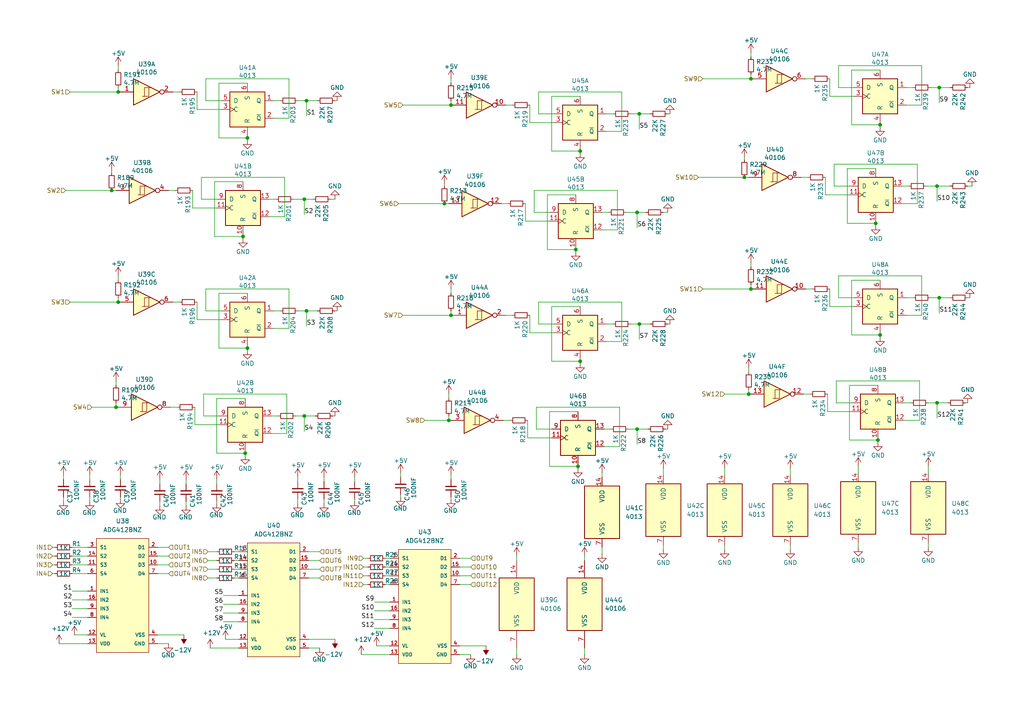
<source format=kicad_sch>
(kicad_sch (version 20231120) (generator "eeschema") (generator_version "8.0")
  (paper "A4")
  (junction (at 88.265 57.785))
  (junction (at 184.785 61.595))
  (junction (at 168.275 43.815))
  (junction (at 167.64 135.255))
  (junction (at 34.29 26.67))
  (junction (at 255.27 97.155))
  (junction (at 88.265 120.65))
  (junction (at 167.005 72.39))
  (junction (at 255.27 36.195))
  (junction (at 33.655 118.11))
  (junction (at 130.175 121.92))
  (junction (at 168.275 104.775))
  (junction (at 272.415 25.4))
  (junction (at 71.755 40.005))
  (junction (at 34.29 87.63))
  (junction (at 272.415 86.36))
  (junction (at 130.81 30.48))
  (junction (at 254 64.77))
  (junction (at 184.785 124.46))
  (junction (at 271.78 53.975))
  (junction (at 71.755 100.965))
  (junction (at 185.42 33.02))
  (junction (at 88.9 29.21))
  (junction (at 254.635 127.635))
  (junction (at 217.805 83.82))
  (junction (at 128.905 59.055))
  (junction (at 271.78 116.84))
  (junction (at 70.485 68.58))
  (junction (at 217.805 22.86))
  (junction (at 217.17 114.3))
  (junction (at 130.81 91.44))
  (junction (at 32.385 55.245))
  (junction (at 71.12 131.445))
  (junction (at 215.9 51.435))
  (junction (at 185.42 93.98))
  (junction (at 88.9 90.17))
  (wire (pts (xy 192.405 158.115) (xy 192.405 159.385)))
  (wire (pts (xy 246.38 111.76) (xy 246.38 127.635)))
  (wire (pts (xy 15.24 161.29) (xy 15.875 161.29)))
  (wire (pts (xy 148.59 30.48) (xy 146.685 30.48)))
  (wire (pts (xy 79.375 29.21) (xy 81.28 29.21)))
  (wire (pts (xy 202.565 51.435) (xy 215.9 51.435)))
  (wire (pts (xy 17.145 186.69) (xy 25.4 186.69)))
  (wire (pts (xy 62.23 52.705) (xy 62.23 68.58)))
  (wire (pts (xy 116.205 143.51) (xy 116.205 144.145)))
  (wire (pts (xy 272.415 25.4) (xy 272.415 29.845)))
  (wire (pts (xy 60.325 162.56) (xy 62.865 162.56)))
  (wire (pts (xy 86.36 90.17) (xy 88.9 90.17)))
  (wire (pts (xy 262.89 86.36) (xy 264.795 86.36)))
  (wire (pts (xy 64.77 175.26) (xy 69.215 175.26)))
  (wire (pts (xy 88.9 90.17) (xy 88.9 94.615)))
  (wire (pts (xy 266.7 121.92) (xy 266.7 110.49)))
  (wire (pts (xy 18.415 137.795) (xy 18.415 139.065)))
  (wire (pts (xy 128.905 59.055) (xy 130.175 59.055)))
  (wire (pts (xy 185.42 33.02) (xy 188.595 33.02)))
  (wire (pts (xy 156.21 87.63) (xy 156.21 93.98)))
  (wire (pts (xy 88.9 90.17) (xy 92.075 90.17)))
  (wire (pts (xy 59.055 114.3) (xy 83.185 114.3)))
  (wire (pts (xy 215.9 45.72) (xy 215.9 46.355)))
  (wire (pts (xy 78.74 125.73) (xy 83.185 125.73)))
  (wire (pts (xy 254 64.77) (xy 254 65.405)))
  (wire (pts (xy 111.76 164.465) (xy 113.03 164.465)))
  (wire (pts (xy 254 64.135) (xy 254 64.77)))
  (wire (pts (xy 262.255 121.92) (xy 266.7 121.92)))
  (wire (pts (xy 116.205 137.16) (xy 116.205 138.43)))
  (wire (pts (xy 239.395 51.435) (xy 239.395 56.515)))
  (wire (pts (xy 152.4 64.135) (xy 159.385 64.135)))
  (wire (pts (xy 262.89 25.4) (xy 264.795 25.4)))
  (wire (pts (xy 45.72 166.37) (xy 48.895 166.37)))
  (wire (pts (xy 63.5 85.09) (xy 71.755 85.09)))
  (wire (pts (xy 130.175 120.65) (xy 130.175 121.92)))
  (wire (pts (xy 271.78 116.84) (xy 274.955 116.84)))
  (wire (pts (xy 58.42 57.785) (xy 62.865 57.785)))
  (wire (pts (xy 229.235 135.89) (xy 229.235 137.795)))
  (wire (pts (xy 20.32 26.67) (xy 34.29 26.67)))
  (wire (pts (xy 20.955 161.29) (xy 25.4 161.29)))
  (wire (pts (xy 128.905 53.34) (xy 128.905 53.975)))
  (wire (pts (xy 51.435 118.11) (xy 49.53 118.11)))
  (wire (pts (xy 235.585 83.82) (xy 233.68 83.82)))
  (wire (pts (xy 241.935 53.975) (xy 246.38 53.975)))
  (wire (pts (xy 156.21 33.02) (xy 160.655 33.02)))
  (wire (pts (xy 240.03 119.38) (xy 247.015 119.38)))
  (wire (pts (xy 262.89 30.48) (xy 267.335 30.48)))
  (wire (pts (xy 85.725 120.65) (xy 88.265 120.65)))
  (wire (pts (xy 130.81 30.48) (xy 131.445 30.48)))
  (wire (pts (xy 45.72 161.29) (xy 48.895 161.29)))
  (wire (pts (xy 203.835 83.82) (xy 217.805 83.82)))
  (wire (pts (xy 108.585 177.165) (xy 113.03 177.165)))
  (wire (pts (xy 88.9 29.21) (xy 92.075 29.21)))
  (wire (pts (xy 115.57 59.055) (xy 128.905 59.055)))
  (wire (pts (xy 55.88 60.325) (xy 62.865 60.325)))
  (wire (pts (xy 254.635 127) (xy 254.635 127.635)))
  (wire (pts (xy 158.75 56.515) (xy 158.75 72.39)))
  (wire (pts (xy 89.535 165.1) (xy 92.71 165.1)))
  (wire (pts (xy 243.205 19.05) (xy 267.335 19.05)))
  (wire (pts (xy 59.055 120.65) (xy 63.5 120.65)))
  (wire (pts (xy 153.67 35.56) (xy 160.655 35.56)))
  (wire (pts (xy 34.925 144.145) (xy 34.925 144.78)))
  (wire (pts (xy 88.265 57.785) (xy 88.265 62.23)))
  (wire (pts (xy 34.29 86.36) (xy 34.29 87.63)))
  (wire (pts (xy 78.105 62.865) (xy 82.55 62.865)))
  (wire (pts (xy 245.745 48.895) (xy 254 48.895)))
  (wire (pts (xy 247.015 81.28) (xy 247.015 97.155)))
  (wire (pts (xy 261.62 59.055) (xy 266.065 59.055)))
  (wire (pts (xy 70.485 67.945) (xy 70.485 68.58)))
  (wire (pts (xy 247.015 20.32) (xy 255.27 20.32)))
  (wire (pts (xy 182.88 33.02) (xy 185.42 33.02)))
  (wire (pts (xy 242.57 110.49) (xy 266.7 110.49)))
  (wire (pts (xy 33.655 110.49) (xy 33.655 111.76)))
  (wire (pts (xy 102.87 144.78) (xy 102.87 145.415)))
  (wire (pts (xy 184.785 124.46) (xy 187.96 124.46)))
  (wire (pts (xy 255.27 35.56) (xy 255.27 36.195)))
  (wire (pts (xy 153.035 127) (xy 160.02 127)))
  (wire (pts (xy 20.32 87.63) (xy 34.29 87.63)))
  (wire (pts (xy 217.805 76.2) (xy 217.805 77.47)))
  (wire (pts (xy 193.675 33.02) (xy 194.31 33.02)))
  (wire (pts (xy 63.5 24.13) (xy 63.5 40.005)))
  (wire (pts (xy 45.72 163.83) (xy 48.895 163.83)))
  (wire (pts (xy 243.205 19.05) (xy 243.205 25.4)))
  (wire (pts (xy 57.15 92.71) (xy 64.135 92.71)))
  (wire (pts (xy 153.67 30.48) (xy 153.67 35.56)))
  (wire (pts (xy 130.81 90.17) (xy 130.81 91.44)))
  (wire (pts (xy 95.885 57.785) (xy 97.155 57.785)))
  (wire (pts (xy 33.655 118.11) (xy 34.29 118.11)))
  (wire (pts (xy 210.185 135.89) (xy 210.185 137.795)))
  (wire (pts (xy 34.29 87.63) (xy 34.925 87.63)))
  (wire (pts (xy 64.77 180.34) (xy 69.215 180.34)))
  (wire (pts (xy 175.895 93.98) (xy 177.8 93.98)))
  (wire (pts (xy 130.81 144.145) (xy 130.81 144.78)))
  (wire (pts (xy 111.76 169.545) (xy 113.03 169.545)))
  (wire (pts (xy 159.385 135.255) (xy 167.64 135.255)))
  (wire (pts (xy 60.325 167.64) (xy 62.865 167.64)))
  (wire (pts (xy 55.88 55.245) (xy 55.88 60.325)))
  (wire (pts (xy 34.29 19.05) (xy 34.29 20.32)))
  (wire (pts (xy 185.42 33.02) (xy 185.42 37.465)))
  (wire (pts (xy 62.865 115.57) (xy 71.12 115.57)))
  (wire (pts (xy 88.265 57.785) (xy 90.805 57.785)))
  (wire (pts (xy 88.265 120.65) (xy 91.44 120.65)))
  (wire (pts (xy 217.17 114.3) (xy 217.805 114.3)))
  (wire (pts (xy 184.785 61.595) (xy 187.325 61.595)))
  (wire (pts (xy 215.9 51.435) (xy 217.17 51.435)))
  (wire (pts (xy 239.395 56.515) (xy 246.38 56.515)))
  (wire (pts (xy 45.72 184.15) (xy 53.34 184.15)))
  (wire (pts (xy 149.86 187.96) (xy 149.86 189.865)))
  (wire (pts (xy 175.895 38.1) (xy 180.34 38.1)))
  (wire (pts (xy 123.19 121.92) (xy 130.175 121.92)))
  (wire (pts (xy 240.03 114.3) (xy 240.03 119.38)))
  (wire (pts (xy 180.34 38.1) (xy 180.34 26.67)))
  (wire (pts (xy 160.02 43.815) (xy 168.275 43.815)))
  (wire (pts (xy 280.035 116.84) (xy 280.67 116.84)))
  (wire (pts (xy 58.42 51.435) (xy 82.55 51.435)))
  (wire (pts (xy 59.69 83.82) (xy 59.69 90.17)))
  (wire (pts (xy 242.57 116.84) (xy 247.015 116.84)))
  (wire (pts (xy 174.625 137.16) (xy 174.625 138.43)))
  (wire (pts (xy 56.515 123.19) (xy 63.5 123.19)))
  (wire (pts (xy 267.335 91.44) (xy 267.335 80.01)))
  (wire (pts (xy 240.665 22.86) (xy 240.665 27.94)))
  (wire (pts (xy 111.76 161.925) (xy 113.03 161.925)))
  (wire (pts (xy 105.41 161.925) (xy 106.68 161.925)))
  (wire (pts (xy 167.005 72.39) (xy 167.005 73.025)))
  (wire (pts (xy 88.9 29.21) (xy 88.9 33.655)))
  (wire (pts (xy 133.35 169.545) (xy 136.525 169.545)))
  (wire (pts (xy 241.935 47.625) (xy 266.065 47.625)))
  (wire (pts (xy 148.59 91.44) (xy 146.685 91.44)))
  (wire (pts (xy 271.78 53.975) (xy 275.59 53.975)))
  (wire (pts (xy 254.635 127.635) (xy 254.635 128.27)))
  (wire (pts (xy 269.24 157.48) (xy 269.24 158.75)))
  (wire (pts (xy 240.665 88.9) (xy 247.65 88.9)))
  (wire (pts (xy 246.38 127.635) (xy 254.635 127.635)))
  (wire (pts (xy 52.07 87.63) (xy 50.165 87.63)))
  (wire (pts (xy 185.42 93.98) (xy 188.595 93.98)))
  (wire (pts (xy 57.15 87.63) (xy 57.15 92.71)))
  (wire (pts (xy 62.865 139.065) (xy 62.865 140.335)))
  (wire (pts (xy 32.385 49.53) (xy 32.385 50.165)))
  (wire (pts (xy 133.35 164.465) (xy 136.525 164.465)))
  (wire (pts (xy 169.545 187.96) (xy 169.545 189.865)))
  (wire (pts (xy 130.81 91.44) (xy 131.445 91.44)))
  (wire (pts (xy 203.835 22.86) (xy 217.805 22.86)))
  (wire (pts (xy 155.575 118.11) (xy 155.575 124.46)))
  (wire (pts (xy 70.485 68.58) (xy 70.485 69.215)))
  (wire (pts (xy 82.55 62.865) (xy 82.55 51.435)))
  (wire (pts (xy 86.36 138.43) (xy 86.36 139.7)))
  (wire (pts (xy 86.36 29.21) (xy 88.9 29.21)))
  (wire (pts (xy 246.38 111.76) (xy 254.635 111.76)))
  (wire (pts (xy 26.035 137.795) (xy 26.035 139.065)))
  (wire (pts (xy 243.205 80.01) (xy 243.205 86.36)))
  (wire (pts (xy 130.175 114.3) (xy 130.175 115.57)))
  (wire (pts (xy 83.82 95.25) (xy 83.82 83.82)))
  (wire (pts (xy 156.21 26.67) (xy 156.21 33.02)))
  (wire (pts (xy 67.945 160.02) (xy 69.215 160.02)))
  (wire (pts (xy 180.34 99.06) (xy 180.34 87.63)))
  (wire (pts (xy 102.87 138.43) (xy 102.87 139.7)))
  (wire (pts (xy 45.72 158.75) (xy 48.895 158.75)))
  (wire (pts (xy 175.895 33.02) (xy 177.8 33.02)))
  (wire (pts (xy 79.375 95.25) (xy 83.82 95.25)))
  (wire (pts (xy 130.81 83.82) (xy 130.81 85.09)))
  (wire (pts (xy 63.5 24.13) (xy 71.755 24.13)))
  (wire (pts (xy 192.405 135.89) (xy 192.405 137.795)))
  (wire (pts (xy 133.35 187.325) (xy 140.97 187.325)))
  (wire (pts (xy 168.275 104.775) (xy 168.275 105.41)))
  (wire (pts (xy 71.755 100.33) (xy 71.755 100.965)))
  (wire (pts (xy 88.265 120.65) (xy 88.265 125.095)))
  (wire (pts (xy 71.755 39.37) (xy 71.755 40.005)))
  (wire (pts (xy 71.12 131.445) (xy 71.12 132.08)))
  (wire (pts (xy 160.02 27.94) (xy 160.02 43.815)))
  (wire (pts (xy 79.375 34.29) (xy 83.82 34.29)))
  (wire (pts (xy 192.405 61.595) (xy 193.675 61.595)))
  (wire (pts (xy 32.385 55.245) (xy 33.655 55.245)))
  (wire (pts (xy 67.945 162.56) (xy 69.215 162.56)))
  (wire (pts (xy 217.805 22.86) (xy 218.44 22.86)))
  (wire (pts (xy 247.015 20.32) (xy 247.015 36.195)))
  (wire (pts (xy 280.67 53.975) (xy 281.94 53.975)))
  (wire (pts (xy 149.86 161.29) (xy 149.86 162.56)))
  (wire (pts (xy 60.325 165.1) (xy 62.865 165.1)))
  (wire (pts (xy 248.92 157.48) (xy 248.92 158.75)))
  (wire (pts (xy 116.84 30.48) (xy 130.81 30.48)))
  (wire (pts (xy 20.955 158.75) (xy 25.4 158.75)))
  (wire (pts (xy 182.88 93.98) (xy 185.42 93.98)))
  (wire (pts (xy 19.05 55.245) (xy 32.385 55.245)))
  (wire (pts (xy 105.41 169.545) (xy 106.68 169.545)))
  (wire (pts (xy 167.64 135.255) (xy 167.64 135.89)))
  (wire (pts (xy 160.02 88.9) (xy 160.02 104.775)))
  (wire (pts (xy 85.09 57.785) (xy 88.265 57.785)))
  (wire (pts (xy 20.955 176.53) (xy 25.4 176.53)))
  (wire (pts (xy 71.755 40.005) (xy 71.755 40.64)))
  (wire (pts (xy 174.625 61.595) (xy 176.53 61.595)))
  (wire (pts (xy 160.02 104.775) (xy 168.275 104.775)))
  (wire (pts (xy 63.5 85.09) (xy 63.5 100.965)))
  (wire (pts (xy 104.775 189.865) (xy 113.03 189.865)))
  (wire (pts (xy 210.185 158.115) (xy 210.185 159.385)))
  (wire (pts (xy 156.21 26.67) (xy 180.34 26.67)))
  (wire (pts (xy 67.945 167.64) (xy 69.215 167.64)))
  (wire (pts (xy 247.015 97.155) (xy 255.27 97.155)))
  (wire (pts (xy 153.67 96.52) (xy 160.655 96.52)))
  (wire (pts (xy 185.42 93.98) (xy 185.42 98.425)))
  (wire (pts (xy 93.98 144.78) (xy 93.98 146.05)))
  (wire (pts (xy 78.105 57.785) (xy 80.01 57.785)))
  (wire (pts (xy 52.07 26.67) (xy 50.165 26.67)))
  (wire (pts (xy 242.57 110.49) (xy 242.57 116.84)))
  (wire (pts (xy 269.24 116.84) (xy 271.78 116.84)))
  (wire (pts (xy 45.72 186.69) (xy 48.895 186.69)))
  (wire (pts (xy 109.22 187.325) (xy 113.03 187.325)))
  (wire (pts (xy 229.235 158.115) (xy 229.235 159.385)))
  (wire (pts (xy 268.605 53.975) (xy 271.78 53.975)))
  (wire (pts (xy 179.705 129.54) (xy 179.705 118.11)))
  (wire (pts (xy 160.02 27.94) (xy 168.275 27.94)))
  (wire (pts (xy 97.155 29.21) (xy 97.79 29.21)))
  (wire (pts (xy 217.805 83.82) (xy 218.44 83.82)))
  (wire (pts (xy 262.255 116.84) (xy 264.16 116.84)))
  (wire (pts (xy 241.935 47.625) (xy 241.935 53.975)))
  (wire (pts (xy 93.98 138.43) (xy 93.98 139.7)))
  (wire (pts (xy 78.74 120.65) (xy 80.645 120.65)))
  (wire (pts (xy 147.955 121.92) (xy 146.05 121.92)))
  (wire (pts (xy 83.82 34.29) (xy 83.82 22.86)))
  (wire (pts (xy 34.29 80.01) (xy 34.29 81.28)))
  (wire (pts (xy 57.15 26.67) (xy 57.15 31.75)))
  (wire (pts (xy 63.5 40.005) (xy 71.755 40.005)))
  (wire (pts (xy 181.61 61.595) (xy 184.785 61.595)))
  (wire (pts (xy 245.745 48.895) (xy 245.745 64.77)))
  (wire (pts (xy 56.515 118.11) (xy 56.515 123.19)))
  (wire (pts (xy 21.59 184.15) (xy 25.4 184.15)))
  (wire (pts (xy 167.64 134.62) (xy 167.64 135.255)))
  (wire (pts (xy 272.415 25.4) (xy 275.59 25.4)))
  (wire (pts (xy 20.955 179.07) (xy 25.4 179.07)))
  (wire (pts (xy 152.4 59.055) (xy 152.4 64.135)))
  (wire (pts (xy 217.805 82.55) (xy 217.805 83.82)))
  (wire (pts (xy 240.665 83.82) (xy 240.665 88.9)))
  (wire (pts (xy 89.535 187.96) (xy 92.71 187.96)))
  (wire (pts (xy 89.535 162.56) (xy 92.71 162.56)))
  (wire (pts (xy 168.275 43.18) (xy 168.275 43.815)))
  (wire (pts (xy 59.69 90.17) (xy 64.135 90.17)))
  (wire (pts (xy 147.32 59.055) (xy 145.415 59.055)))
  (wire (pts (xy 154.94 55.245) (xy 154.94 61.595)))
  (wire (pts (xy 174.625 158.75) (xy 174.625 160.655)))
  (wire (pts (xy 20.955 166.37) (xy 25.4 166.37)))
  (wire (pts (xy 59.69 22.86) (xy 59.69 29.21)))
  (wire (pts (xy 193.04 124.46) (xy 193.675 124.46)))
  (wire (pts (xy 130.81 29.21) (xy 130.81 30.48)))
  (wire (pts (xy 154.94 55.245) (xy 179.07 55.245)))
  (wire (pts (xy 247.015 81.28) (xy 255.27 81.28)))
  (wire (pts (xy 57.15 31.75) (xy 64.135 31.75)))
  (wire (pts (xy 271.78 116.84) (xy 271.78 121.285)))
  (wire (pts (xy 234.315 51.435) (xy 232.41 51.435)))
  (wire (pts (xy 217.17 113.03) (xy 217.17 114.3)))
  (wire (pts (xy 168.275 104.14) (xy 168.275 104.775)))
  (wire (pts (xy 269.875 86.36) (xy 272.415 86.36)))
  (wire (pts (xy 97.155 90.17) (xy 97.79 90.17)))
  (wire (pts (xy 105.41 167.005) (xy 106.68 167.005)))
  (wire (pts (xy 96.52 120.65) (xy 97.155 120.65)))
  (wire (pts (xy 60.96 187.96) (xy 69.215 187.96)))
  (wire (pts (xy 59.69 22.86) (xy 83.82 22.86)))
  (wire (pts (xy 272.415 86.36) (xy 275.59 86.36)))
  (wire (pts (xy 116.84 91.44) (xy 130.81 91.44)))
  (wire (pts (xy 59.055 114.3) (xy 59.055 120.65)))
  (wire (pts (xy 167.005 71.755) (xy 167.005 72.39)))
  (wire (pts (xy 153.67 91.44) (xy 153.67 96.52)))
  (wire (pts (xy 235.585 22.86) (xy 233.68 22.86)))
  (wire (pts (xy 156.21 93.98) (xy 160.655 93.98)))
  (wire (pts (xy 182.245 124.46) (xy 184.785 124.46)))
  (wire (pts (xy 272.415 86.36) (xy 272.415 90.805)))
  (wire (pts (xy 158.75 72.39) (xy 167.005 72.39)))
  (wire (pts (xy 160.02 88.9) (xy 168.275 88.9)))
  (wire (pts (xy 71.755 100.965) (xy 71.755 101.6)))
  (wire (pts (xy 247.015 36.195) (xy 255.27 36.195)))
  (wire (pts (xy 269.875 25.4) (xy 272.415 25.4)))
  (wire (pts (xy 67.945 165.1) (xy 69.215 165.1)))
  (wire (pts (xy 15.24 158.75) (xy 15.875 158.75)))
  (wire (pts (xy 267.335 30.48) (xy 267.335 19.05)))
  (wire (pts (xy 63.5 100.965) (xy 71.755 100.965)))
  (wire (pts (xy 243.205 25.4) (xy 247.65 25.4)))
  (wire (pts (xy 60.325 160.02) (xy 62.865 160.02)))
  (wire (pts (xy 280.67 25.4) (xy 281.305 25.4)))
  (wire (pts (xy 15.24 166.37) (xy 15.875 166.37)))
  (wire (pts (xy 108.585 174.625) (xy 113.03 174.625)))
  (wire (pts (xy 261.62 53.975) (xy 263.525 53.975)))
  (wire (pts (xy 262.89 91.44) (xy 267.335 91.44)))
  (wire (pts (xy 133.35 161.925) (xy 136.525 161.925)))
  (wire (pts (xy 255.27 36.195) (xy 255.27 36.83)))
  (wire (pts (xy 217.17 106.68) (xy 217.17 107.95)))
  (wire (pts (xy 243.205 80.01) (xy 267.335 80.01)))
  (wire (pts (xy 64.77 172.72) (xy 69.215 172.72)))
  (wire (pts (xy 217.805 21.59) (xy 217.805 22.86)))
  (wire (pts (xy 155.575 118.11) (xy 179.705 118.11)))
  (wire (pts (xy 62.865 115.57) (xy 62.865 131.445)))
  (wire (pts (xy 18.415 144.145) (xy 18.415 145.415)))
  (wire (pts (xy 255.27 97.155) (xy 255.27 97.79)))
  (wire (pts (xy 130.175 121.92) (xy 130.81 121.92)))
  (wire (pts (xy 62.23 68.58) (xy 70.485 68.58)))
  (wire (pts (xy 155.575 124.46) (xy 160.02 124.46)))
  (wire (pts (xy 59.69 83.82) (xy 83.82 83.82)))
  (wire (pts (xy 86.36 144.78) (xy 86.36 146.05)))
  (wire (pts (xy 184.785 124.46) (xy 184.785 128.905)))
  (wire (pts (xy 130.81 137.795) (xy 130.81 139.065)))
  (wire (pts (xy 89.535 185.42) (xy 97.155 185.42)))
  (wire (pts (xy 108.585 182.245) (xy 113.03 182.245)))
  (wire (pts (xy 15.24 163.83) (xy 15.875 163.83)))
  (wire (pts (xy 169.545 161.29) (xy 169.545 162.56)))
  (wire (pts (xy 105.41 164.465) (xy 106.68 164.465)))
  (wire (pts (xy 79.375 90.17) (xy 81.28 90.17)))
  (wire (pts (xy 26.035 144.145) (xy 26.035 145.415)))
  (wire (pts (xy 280.67 86.36) (xy 281.305 86.36)))
  (wire (pts (xy 245.745 64.77) (xy 254 64.77)))
  (wire (pts (xy 269.24 135.255) (xy 269.24 137.16)))
  (wire (pts (xy 159.385 119.38) (xy 167.64 119.38)))
  (wire (pts (xy 266.065 59.055) (xy 266.065 47.625)))
  (wire (pts (xy 153.035 121.92) (xy 153.035 127)))
  (wire (pts (xy 34.29 26.67) (xy 34.925 26.67)))
  (wire (pts (xy 62.865 145.415) (xy 62.865 146.05)))
  (wire (pts (xy 53.975 145.415) (xy 53.975 146.685)))
  (wire (pts (xy 46.355 145.415) (xy 46.355 146.685)))
  (wire (pts (xy 58.42 51.435) (xy 58.42 57.785)))
  (wire (pts (xy 108.585 179.705) (xy 113.03 179.705)))
  (wire (pts (xy 234.95 114.3) (xy 233.045 114.3)))
  (wire (pts (xy 158.75 56.515) (xy 167.005 56.515)))
  (wire (pts (xy 248.92 135.255) (xy 248.92 137.16)))
  (wire (pts (xy 46.355 139.065) (xy 46.355 140.335)))
  (wire (pts (xy 174.625 66.675) (xy 179.07 66.675)))
  (wire (pts (xy 53.975 139.065) (xy 53.975 140.335)))
  (wire (pts (xy 33.655 116.84) (xy 33.655 118.11)))
  (wire (pts (xy 175.26 124.46) (xy 177.165 124.46)))
  (wire (pts (xy 34.925 137.795) (xy 34.925 139.065)))
  (wire (pts (xy 62.23 52.705) (xy 70.485 52.705)))
  (wire (pts (xy 154.94 61.595) (xy 159.385 61.595)))
  (wire (pts (xy 168.275 43.815) (xy 168.275 44.45)))
  (wire (pts (xy 34.29 25.4) (xy 34.29 26.67)))
  (wire (pts (xy 83.185 125.73) (xy 83.185 114.3)))
  (wire (pts (xy 159.385 119.38) (xy 159.385 135.255)))
  (wire (pts (xy 111.76 167.005) (xy 113.03 167.005)))
  (wire (pts (xy 65.405 185.42) (xy 69.215 185.42)))
  (wire (pts (xy 271.78 53.975) (xy 271.78 58.42)))
  (wire (pts (xy 26.67 118.11) (xy 33.655 118.11)))
  (wire (pts (xy 59.69 29.21) (xy 64.135 29.21)))
  (wire (pts (xy 20.955 163.83) (xy 25.4 163.83)))
  (wire (pts (xy 62.865 131.445) (xy 71.12 131.445)))
  (wire (pts (xy 184.785 61.595) (xy 184.785 66.04)))
  (wire (pts (xy 240.665 27.94) (xy 247.65 27.94)))
  (wire (pts (xy 217.805 15.24) (xy 217.805 16.51)))
  (wire (pts (xy 243.205 86.36) (xy 247.65 86.36)))
  (wire (pts (xy 50.8 55.245) (xy 48.895 55.245)))
  (wire (pts (xy 133.35 189.865) (xy 136.525 189.865)))
  (wire (pts (xy 64.77 177.8) (xy 69.215 177.8)))
  (wire (pts (xy 89.535 167.64) (xy 92.71 167.64)))
  (wire (pts (xy 175.26 129.54) (xy 179.705 129.54)))
  (wire (pts (xy 255.27 96.52) (xy 255.27 97.155)))
  (wire (pts (xy 193.675 93.98) (xy 194.31 93.98)))
  (wire (pts (xy 175.895 99.06) (xy 180.34 99.06)))
  (wire (pts (xy 71.12 130.81) (xy 71.12 131.445)))
  (wire (pts (xy 89.535 160.02) (xy 92.71 160.02)))
  (wire (pts (xy 20.955 173.99) (xy 25.4 173.99)))
  (wire (pts (xy 133.35 167.005) (xy 136.525 167.005)))
  (wire (pts (xy 130.81 22.86) (xy 130.81 24.13)))
  (wire (pts (xy 210.185 114.3) (xy 217.17 114.3)))
  (wire (pts (xy 20.955 171.45) (xy 25.4 171.45)))
  (wire (pts (xy 179.07 66.675) (xy 179.07 55.245)))
  (wire (pts (xy 156.21 87.63) (xy 180.34 87.63)))
  (label "S4" (at 20.955 179.07 180))
  (label "S12" (at 108.585 182.245 180))
  (label "S2" (at 20.955 173.99 180))
  (label "S11" (at 108.585 179.705 180))
  (label "S9" (at 108.585 174.625 180))
  (label "S11" (at 272.415 90.805 0))
  (label "S1" (at 88.9 33.655 0))
  (label "S5" (at 185.42 37.465 0))
  (label "S6" (at 64.77 175.26 180))
  (label "S4" (at 88.265 125.095 0))
  (label "S2" (at 88.265 62.23 0))
  (label "S9" (at 272.415 29.845 0))
  (label "S5" (at 64.77 172.72 180))
  (label "S6" (at 184.785 66.04 0))
  (label "S12" (at 271.78 121.285 0))
  (label "S3" (at 88.9 94.615 0))
  (label "S7" (at 185.42 98.425 0))
  (label "S7" (at 64.77 177.8 180))
  (label "S3" (at 20.955 176.53 180))
  (label "S8" (at 184.785 128.905 0))
  (label "S8" (at 64.77 180.34 180))
  (label "S1" (at 20.955 171.45 180))
  (label "S10" (at 271.78 58.42 0))
  (label "S10" (at 108.585 177.165 180))
  (hierarchical_label "SW10" (shape input) (at 202.565 51.435 180))
  (hierarchical_label "IN11" (shape input) (at 105.41 167.005 180))
  (hierarchical_label "IN10" (shape input) (at 105.41 164.465 180))
  (hierarchical_label "OUT3" (shape input) (at 48.895 163.83 0))
  (hierarchical_label "SW11" (shape input) (at 203.835 83.82 180))
  (hierarchical_label "SW3" (shape input) (at 20.32 87.63 180))
  (hierarchical_label "IN4" (shape input) (at 15.24 166.37 180))
  (hierarchical_label "OUT4" (shape input) (at 48.895 166.37 0))
  (hierarchical_label "OUT7" (shape input) (at 92.71 165.1 0))
  (hierarchical_label "SW4" (shape input) (at 26.67 118.11 180))
  (hierarchical_label "OUT10" (shape input) (at 136.525 164.465 0))
  (hierarchical_label "OUT2" (shape input) (at 48.895 161.29 0))
  (hierarchical_label "OUT11" (shape input) (at 136.525 167.005 0))
  (hierarchical_label "IN7" (shape input) (at 60.325 165.1 180))
  (hierarchical_label "IN5" (shape input) (at 60.325 160.02 180))
  (hierarchical_label "SW12" (shape input) (at 210.185 114.3 180))
  (hierarchical_label "OUT1" (shape input) (at 48.895 158.75 0))
  (hierarchical_label "OUT5" (shape input) (at 92.71 160.02 0))
  (hierarchical_label "SW6" (shape input) (at 115.57 59.055 180))
  (hierarchical_label "IN1" (shape input) (at 15.24 158.75 180))
  (hierarchical_label "SW5" (shape input) (at 116.84 30.48 180))
  (hierarchical_label "OUT8" (shape input) (at 92.71 167.64 0))
  (hierarchical_label "SW9" (shape input) (at 203.835 22.86 180))
  (hierarchical_label "IN9" (shape input) (at 105.41 161.925 180))
  (hierarchical_label "OUT12" (shape input) (at 136.525 169.545 0))
  (hierarchical_label "IN3" (shape input) (at 15.24 163.83 180))
  (hierarchical_label "SW7" (shape input) (at 116.84 91.44 180))
  (hierarchical_label "SW1" (shape input) (at 20.32 26.67 180))
  (hierarchical_label "IN6" (shape input) (at 60.325 162.56 180))
  (hierarchical_label "SW2" (shape input) (at 19.05 55.245 180))
  (hierarchical_label "IN2" (shape input) (at 15.24 161.29 180))
  (hierarchical_label "OUT9" (shape input) (at 136.525 161.925 0))
  (hierarchical_label "SW8" (shape input) (at 123.19 121.92 180))
  (hierarchical_label "IN8" (shape input) (at 60.325 167.64 180))
  (hierarchical_label "IN12" (shape input) (at 105.41 169.545 180))
  (hierarchical_label "OUT6" (shape input) (at 92.71 162.56 0))
  (symbol (lib_id "Device:R_Small") (at 93.98 120.65 270) (unit 1)
    (property "Reference" "R206" (at 95.1484 122.1486 0) (effects (justify left)))
    (property "Value" "22K" (at 92.837 122.1486 0) (effects (justify left)))
    (property "Footprint" "Resistor_SMD:R_0805_2012Metric" (effects (hide yes)))
    (property "LCSC" "C17560" (effects (hide yes)))
    (instances (project "touch_toggle_latest_ADG" (path "" (reference "R206") (unit 1)) (path "" (reference "R22") (unit 1)) (path "" (reference "R86") (unit 1)) (path "" (reference "R146") (unit 1))))
  )
  (symbol (lib_id "touch-rescue:GND-power-allcolours_analogue-rescue") (at 229.235 159.385 0) (unit 1)
    (property "Reference" "#PWR0360" (effects (hide yes)))
    (property "Value" "GND" (at 229.235 163.195 0))
    (instances (project "touch_toggle_latest_ADG" (path "" (reference "#PWR0360") (unit 1)) (path "" (reference "#PWR096") (unit 1)) (path "" (reference "#PWR0196") (unit 1)) (path "" (reference "#PWR0278") (unit 1))))
  )
  (symbol (lib_id "power:GND") (at 62.865 146.05 0) (unit 1)
    (property "Reference" "#PWR0311" (effects (hide yes)))
    (property "Value" "GND" (at 62.738 149.352 0))
    (instances (project "touch_toggle_latest_ADG" (path "" (reference "#PWR0311") (unit 1)) (path "" (reference "#PWR047") (unit 1)) (path "" (reference "#PWR0147") (unit 1)) (path "" (reference "#PWR0229") (unit 1))))
  )
  (symbol (lib_id "Device:C_Small") (at 102.87 142.24 180) (unit 1)
    (property "Reference" "C45" (at 104.775 144.653 90))
    (property "Value" "100NF" (at 106.68 142.748 90))
    (property "Footprint" "Capacitor_SMD:C_0805_2012Metric" (effects (hide yes)))
    (property "LCSC" "C28233" (effects (hide yes)))
    (instances (project "touch_toggle_latest_ADG" (path "" (reference "C45") (unit 1)) (path "" (reference "C16") (unit 1)) (path "" (reference "C27") (unit 1)) (path "" (reference "C36") (unit 1))))
  )
  (symbol (lib_id "Device:R_Small") (at 267.335 86.36 270) (unit 1)
    (property "Reference" "R240" (at 268.5034 87.8586 0) (effects (justify left)))
    (property "Value" "1K" (at 266.192 87.8586 0) (effects (justify left)))
    (property "Footprint" "Resistor_SMD:R_0805_2012Metric" (effects (hide yes)))
    (property "LCSC" "C17513" (effects (hide yes)))
    (instances (project "touch_toggle_latest_ADG" (path "" (reference "R240") (unit 1)) (path "" (reference "R56") (unit 1)) (path "" (reference "R120") (unit 1)) (path "" (reference "R180") (unit 1))))
  )
  (symbol (lib_id "touch-rescue:GND-power-allcolours_analogue-rescue") (at 254.635 128.27 0) (unit 1)
    (property "Reference" "#PWR0364" (effects (hide yes)))
    (property "Value" "GND" (at 254.635 132.08 0))
    (instances (project "touch_toggle_latest_ADG" (path "" (reference "#PWR0364") (unit 1)) (path "" (reference "#PWR0100") (unit 1)) (path "" (reference "#PWR0200") (unit 1)) (path "" (reference "#PWR0282") (unit 1))))
  )
  (symbol (lib_id "power:GND") (at 48.895 186.69 0) (unit 1)
    (property "Reference" "#PWR0305" (effects (hide yes)))
    (property "Value" "GND" (at 48.768 189.992 0))
    (instances (project "touch_toggle_latest_ADG" (path "" (reference "#PWR0305") (unit 1)) (path "" (reference "#PWR041") (unit 1)) (path "" (reference "#PWR0141") (unit 1)) (path "" (reference "#PWR0223") (unit 1))))
  )
  (symbol (lib_id "Device:R_Small") (at 130.81 26.67 0) (unit 1)
    (property "Reference" "R215" (at 132.3086 25.5016 0) (effects (justify left)))
    (property "Value" "4.7M" (at 132.3086 27.813 0) (effects (justify left)))
    (property "Footprint" "Resistor_SMD:R_0805_2012Metric" (effects (hide yes)))
    (property "LCSC" "C17674" (effects (hide yes)))
    (instances (project "touch_toggle_latest_ADG" (path "" (reference "R215") (unit 1)) (path "" (reference "R31") (unit 1)) (path "" (reference "R95") (unit 1)) (path "" (reference "R155") (unit 1))))
  )
  (symbol (lib_id "Device:R_Small") (at 130.175 118.11 0) (unit 1)
    (property "Reference" "R214" (at 131.6736 116.9416 0) (effects (justify left)))
    (property "Value" "4.7M" (at 131.6736 119.253 0) (effects (justify left)))
    (property "Footprint" "Resistor_SMD:R_0805_2012Metric" (effects (hide yes)))
    (property "LCSC" "C17674" (effects (hide yes)))
    (instances (project "touch_toggle_latest_ADG" (path "" (reference "R214") (unit 1)) (path "" (reference "R30") (unit 1)) (path "" (reference "R94") (unit 1)) (path "" (reference "R154") (unit 1))))
  )
  (symbol (lib_id "touch-rescue:GND-power-allcolours_analogue-rescue") (at 71.755 101.6 0) (unit 1)
    (property "Reference" "#PWR0316" (effects (hide yes)))
    (property "Value" "GND" (at 71.755 105.41 0))
    (instances (project "touch_toggle_latest_ADG" (path "" (reference "#PWR0316") (unit 1)) (path "" (reference "#PWR052") (unit 1)) (path "" (reference "#PWR0152") (unit 1)) (path "" (reference "#PWR0234") (unit 1))))
  )
  (symbol (lib_id "4xxx:4013") (at 254.635 119.38 0) (unit 2)
    (property "Reference" "U48" (at 254.635 107.2388 0))
    (property "Value" "4013" (at 254.635 109.5502 0))
    (property "Footprint" "Package_SO:SOIC-14_3.9x8.7mm_P1.27mm" (effects (hide yes)))
    (property "Datasheet" "http://www.onsemi.com/pub/Collateral/MC14013B-D.PDF" (effects (hide yes)))
    (property "LCSC" "C347580" (effects (hide yes)))
    (instances (project "touch_toggle_latest_ADG" (path "" (reference "U48") (unit 2)) (path "" (reference "U12") (unit 2)) (path "" (reference "U26") (unit 2)) (path "" (reference "U37") (unit 2))))
  )
  (symbol (lib_id "Device:C_Small") (at 53.975 142.875 180) (unit 1)
    (property "Reference" "C41" (at 55.88 145.288 90))
    (property "Value" "100NF" (at 57.785 143.383 90))
    (property "Footprint" "Capacitor_SMD:C_0805_2012Metric" (effects (hide yes)))
    (property "LCSC" "C28233" (effects (hide yes)))
    (instances (project "touch_toggle_latest_ADG" (path "" (reference "C41") (unit 1)) (path "" (reference "C12") (unit 1)) (path "" (reference "C23") (unit 1)) (path "" (reference "C32") (unit 1))))
  )
  (symbol (lib_id "power:+5V") (at 130.81 83.82 0) (unit 1)
    (property "Reference" "#PWR0334" (effects (hide yes)))
    (property "Value" "+5V" (at 130.81 80.264 0))
    (instances (project "touch_toggle_latest_ADG" (path "" (reference "#PWR0334") (unit 1)) (path "" (reference "#PWR070") (unit 1)) (path "" (reference "#PWR0170") (unit 1)) (path "" (reference "#PWR0252") (unit 1))))
  )
  (symbol (lib_id "touch-rescue:GND-power-allcolours_analogue-rescue") (at 192.405 159.385 0) (unit 1)
    (property "Reference" "#PWR0348" (effects (hide yes)))
    (property "Value" "GND" (at 192.405 163.195 0))
    (instances (project "touch_toggle_latest_ADG" (path "" (reference "#PWR0348") (unit 1)) (path "" (reference "#PWR084") (unit 1)) (path "" (reference "#PWR0184") (unit 1)) (path "" (reference "#PWR0266") (unit 1))))
  )
  (symbol (lib_id "Device:R_Small") (at 65.405 167.64 270) (unit 1)
    (property "Reference" "R16" (at 67.8434 166.5986 90) (effects (justify left)))
    (property "Value" "1K" (at 64.1147 167.7517 90) (effects (justify left)))
    (property "Footprint" "Resistor_SMD:R_0805_2012Metric" (effects (hide yes)))
    (property "LCSC" "C17513" (effects (hide yes)))
    (instances (project "touch_toggle_latest_ADG" (path "" (reference "R16") (unit 1)) (path "" (reference "R80") (unit 1)) (path "" (reference "R140") (unit 1)) (path "" (reference "R200") (unit 1))))
  )
  (symbol (lib_id "4xxx:40106") (at 138.43 121.92 0) (unit 2)
    (property "Reference" "U44" (at 138.43 113.8682 0))
    (property "Value" "40106" (at 138.43 116.1796 0))
    (property "Footprint" "Package_SO:SOIC-14_3.9x8.7mm_P1.27mm" (effects (hide yes)))
    (property "Datasheet" "http://www.nxp.com/documents/data_sheet/HEF40106B.pdf" (effects (hide yes)))
    (property "LCSC" "C28847" (effects (hide yes)))
    (instances (project "touch_toggle_latest_ADG" (path "" (reference "U44") (unit 2)) (path "" (reference "U8") (unit 2)) (path "" (reference "U22") (unit 2)) (path "" (reference "U33") (unit 2))))
  )
  (symbol (lib_id "Device:C_Small") (at 18.415 141.605 180) (unit 1)
    (property "Reference" "C37" (at 20.32 144.018 90))
    (property "Value" "100NF" (at 22.225 142.113 90))
    (property "Footprint" "Capacitor_SMD:C_0805_2012Metric" (effects (hide yes)))
    (property "LCSC" "C28233" (effects (hide yes)))
    (instances (project "touch_toggle_latest_ADG" (path "" (reference "C37") (unit 1)) (path "" (reference "C8") (unit 1)) (path "" (reference "C19") (unit 1)) (path "" (reference "C28") (unit 1))))
  )
  (symbol (lib_id "power:+5V") (at 169.545 161.29 0) (unit 1)
    (property "Reference" "#PWR0343" (effects (hide yes)))
    (property "Value" "+5V" (at 169.545 157.734 0))
    (instances (project "touch_toggle_latest_ADG" (path "" (reference "#PWR0343") (unit 1)) (path "" (reference "#PWR079") (unit 1)) (path "" (reference "#PWR0179") (unit 1)) (path "" (reference "#PWR0261") (unit 1))))
  )
  (symbol (lib_id "touch-rescue:GND-power-allcolours_analogue-rescue") (at 254 65.405 0) (unit 1)
    (property "Reference" "#PWR0363" (effects (hide yes)))
    (property "Value" "GND" (at 254 69.215 0))
    (instances (project "touch_toggle_latest_ADG" (path "" (reference "#PWR0363") (unit 1)) (path "" (reference "#PWR099") (unit 1)) (path "" (reference "#PWR0199") (unit 1)) (path "" (reference "#PWR0281") (unit 1))))
  )
  (symbol (lib_id "Device:R_Small") (at 94.615 90.17 270) (unit 1)
    (property "Reference" "R208" (at 95.7834 91.6686 0) (effects (justify left)))
    (property "Value" "22K" (at 93.472 91.6686 0) (effects (justify left)))
    (property "Footprint" "Resistor_SMD:R_0805_2012Metric" (effects (hide yes)))
    (property "LCSC" "C17560" (effects (hide yes)))
    (instances (project "touch_toggle_latest_ADG" (path "" (reference "R208") (unit 1)) (path "" (reference "R24") (unit 1)) (path "" (reference "R88") (unit 1)) (path "" (reference "R148") (unit 1))))
  )
  (symbol (lib_id "Device:R_Small") (at 217.805 80.01 0) (unit 1)
    (property "Reference" "R232" (at 219.3036 78.8416 0) (effects (justify left)))
    (property "Value" "4.7M" (at 219.3036 81.153 0) (effects (justify left)))
    (property "Footprint" "Resistor_SMD:R_0805_2012Metric" (effects (hide yes)))
    (property "LCSC" "C17674" (effects (hide yes)))
    (instances (project "touch_toggle_latest_ADG" (path "" (reference "R232") (unit 1)) (path "" (reference "R48") (unit 1)) (path "" (reference "R112") (unit 1)) (path "" (reference "R172") (unit 1))))
  )
  (symbol (lib_id "power:GND") (at 130.81 144.78 0) (unit 1)
    (property "Reference" "#PWR0382" (effects (hide yes)))
    (property "Value" "GND" (at 130.683 148.082 0))
    (instances (project "touch_toggle_latest_ADG" (path "" (reference "#PWR0382") (unit 1)) (path "" (reference "#PWR0384") (unit 1)) (path "" (reference "#PWR0386") (unit 1)) (path "" (reference "#PWR0388") (unit 1))))
  )
  (symbol (lib_id "Device:R_Small") (at 94.615 29.21 270) (unit 1)
    (property "Reference" "R207" (at 95.7834 30.7086 0) (effects (justify left)))
    (property "Value" "22K" (at 93.472 30.7086 0) (effects (justify left)))
    (property "Footprint" "Resistor_SMD:R_0805_2012Metric" (effects (hide yes)))
    (property "LCSC" "C17560" (effects (hide yes)))
    (instances (project "touch_toggle_latest_ADG" (path "" (reference "R207") (unit 1)) (path "" (reference "R23") (unit 1)) (path "" (reference "R87") (unit 1)) (path "" (reference "R147") (unit 1))))
  )
  (symbol (lib_id "power:-12V") (at 140.97 187.325 180) (unit 1)
    (property "Reference" "#PWR0336" (effects (hide yes)))
    (property "Value" "-12V" (at 140.589 191.7192 0))
    (instances (project "touch_toggle_latest_ADG" (path "" (reference "#PWR0336") (unit 1)) (path "" (reference "#PWR072") (unit 1)) (path "" (reference "#PWR0172") (unit 1)) (path "" (reference "#PWR0254") (unit 1))))
  )
  (symbol (lib_id "power:+5V") (at 86.36 138.43 0) (unit 1)
    (property "Reference" "#PWR0317" (effects (hide yes)))
    (property "Value" "+5V" (at 86.36 134.874 0))
    (instances (project "touch_toggle_latest_ADG" (path "" (reference "#PWR0317") (unit 1)) (path "" (reference "#PWR053") (unit 1)) (path "" (reference "#PWR0153") (unit 1)) (path "" (reference "#PWR0235") (unit 1))))
  )
  (symbol (lib_id "Device:R_Small") (at 83.185 120.65 270) (unit 1)
    (property "Reference" "R202" (at 84.3534 122.1486 0) (effects (justify left)))
    (property "Value" "1K" (at 82.042 122.1486 0) (effects (justify left)))
    (property "Footprint" "Resistor_SMD:R_0805_2012Metric" (effects (hide yes)))
    (property "LCSC" "C17513" (effects (hide yes)))
    (instances (project "touch_toggle_latest_ADG" (path "" (reference "R202") (unit 1)) (path "" (reference "R18") (unit 1)) (path "" (reference "R82") (unit 1)) (path "" (reference "R142") (unit 1))))
  )
  (symbol (lib_id "4xxx:4013") (at 248.92 147.32 0) (unit 3)
    (property "Reference" "U47" (at 255.651 146.0499 0) (effects (justify left)))
    (property "Value" "4013" (at 255.651 148.5899 0) (effects (justify left)))
    (property "Footprint" "Package_SO:SOIC-14_3.9x8.7mm_P1.27mm" (effects (hide yes)))
    (property "Datasheet" "http://www.onsemi.com/pub/Collateral/MC14013B-D.PDF" (effects (hide yes)))
    (property "LCSC" "C347580" (effects (hide yes)))
    (instances (project "touch_toggle_latest_ADG" (path "" (reference "U47") (unit 3)) (path "" (reference "U11") (unit 3)) (path "" (reference "U25") (unit 3)) (path "" (reference "U36") (unit 3))))
  )
  (symbol (lib_id "touch-rescue:GND-power-allcolours_analogue-rescue") (at 71.755 40.64 0) (unit 1)
    (property "Reference" "#PWR0315" (effects (hide yes)))
    (property "Value" "GND" (at 71.755 44.45 0))
    (instances (project "touch_toggle_latest_ADG" (path "" (reference "#PWR0315") (unit 1)) (path "" (reference "#PWR051") (unit 1)) (path "" (reference "#PWR0151") (unit 1)) (path "" (reference "#PWR0233") (unit 1))))
  )
  (symbol (lib_id "power:GND") (at 281.305 25.4 180) (unit 1)
    (property "Reference" "#PWR0370" (effects (hide yes)))
    (property "Value" "GND" (at 281.305 21.59 0))
    (instances (project "touch_toggle_latest_ADG" (path "" (reference "#PWR0370") (unit 1)) (path "" (reference "#PWR0106") (unit 1)) (path "" (reference "#PWR0206") (unit 1)) (path "" (reference "#PWR0288") (unit 1))))
  )
  (symbol (lib_id "eec:ADG412BNZ") (at 66.675 160.02 0) (unit 1)
    (property "Reference" "U40" (at 79.375 152.4 0))
    (property "Value" "ADG412BNZ" (at 79.375 154.94 0))
    (property "Footprint" "Package_SO:SOIC-16_3.9x9.9mm_P1.27mm" (effects (hide yes)))
    (property "Datasheet" "http://www.analog.com/static/imported-files/data_sheets/ADG411_412_413.pdf" (effects (hide yes)))
    (property "Code  JEDEC" "MS-001" (effects (hide yes)))
    (property "Component Link 1 Description" "Manufacturer URL" (effects (hide yes)))
    (property "Component Link 1 URL" "http://www.analog.com/en/index.html" (effects (hide yes)))
    (property "Component Link 3 Description" "Package Specification" (effects (hide yes)))
    (property "Component Link 3 URL" "http://www.analog.com/static/imported-files/packages/44768431550332N_16.pdf" (effects (hide yes)))
    (property "Configuration" "SPST" (effects (hide yes)))
    (property "Datasheet Version" "Rev. D" (effects (hide yes)))
    (property "Max Neg Supply" "-16.5V" (effects (hide yes)))
    (property "Max Pos Supply" "+16.5V" (effects (hide yes)))
    (property "Mounting Technology" "Through Hole" (effects (hide yes)))
    (property "Package Description" "16-Pin Plastic Dual In-Line Package, Row spacing 7.62 mm, Pitch 2.54 mm" (effects (hide yes)))
    (property "Package Version" "070706-A, 07/2006" (effects (hide yes)))
    (property "Packing" "Tube" (effects (hide yes)))
    (property "Ron ohms" "25, 40" (effects (hide yes)))
    (property "Sw Functions" "4" (effects (hide yes)))
    (property "category" "IC" (effects (hide yes)))
    (property "ciiva ids" "981419" (effects (hide yes)))
    (property "library id" "ebc36f5b426c068f" (effects (hide yes)))
    (property "manufacturer" "Analog Devices" (effects (hide yes)))
    (property "package" "N-16" (effects (hide yes)))
    (property "release date" "1391088444" (effects (hide yes)))
    (property "vault revision" "13124825-32E4-4E40-8C2F-DCD97D360CD0" (effects (hide yes)))
    (property "imported" "yes" (effects (hide yes)))
    (property "t ON" "110ns, 175ns" (effects (hide yes)))
    (property "LCSC" "C553989" (effects (hide yes)))
    (instances (project "touch_toggle_latest_ADG" (path "" (reference "U40") (unit 1)) (path "" (reference "U4") (unit 1)) (path "" (reference "U18") (unit 1)) (path "" (reference "U29") (unit 1))))
  )
  (symbol (lib_id "power:GND") (at 93.98 146.05 0) (unit 1)
    (property "Reference" "#PWR0321" (effects (hide yes)))
    (property "Value" "GND" (at 93.853 149.352 0))
    (instances (project "touch_toggle_latest_ADG" (path "" (reference "#PWR0321") (unit 1)) (path "" (reference "#PWR057") (unit 1)) (path "" (reference "#PWR0157") (unit 1)) (path "" (reference "#PWR0239") (unit 1))))
  )
  (symbol (lib_id "Device:R_Small") (at 191.135 93.98 270) (unit 1)
    (property "Reference" "R228" (at 192.3034 95.4786 0) (effects (justify left)))
    (property "Value" "22K" (at 189.992 95.4786 0) (effects (justify left)))
    (property "Footprint" "Resistor_SMD:R_0805_2012Metric" (effects (hide yes)))
    (property "LCSC" "C17560" (effects (hide yes)))
    (instances (project "touch_toggle_latest_ADG" (path "" (reference "R228") (unit 1)) (path "" (reference "R44") (unit 1)) (path "" (reference "R108") (unit 1)) (path "" (reference "R168") (unit 1))))
  )
  (symbol (lib_id "Device:R_Small") (at 266.065 53.975 270) (unit 1)
    (property "Reference" "R237" (at 267.2334 55.4736 0) (effects (justify left)))
    (property "Value" "1K" (at 264.922 55.4736 0) (effects (justify left)))
    (property "Footprint" "Resistor_SMD:R_0805_2012Metric" (effects (hide yes)))
    (property "LCSC" "C17513" (effects (hide yes)))
    (instances (project "touch_toggle_latest_ADG" (path "" (reference "R237") (unit 1)) (path "" (reference "R53") (unit 1)) (path "" (reference "R117") (unit 1)) (path "" (reference "R177") (unit 1))))
  )
  (symbol (lib_id "Device:R_Small") (at 150.495 121.92 270) (unit 1)
    (property "Reference" "R218" (at 151.6634 123.4186 0) (effects (justify left)))
    (property "Value" "1K" (at 149.352 123.4186 0) (effects (justify left)))
    (property "Footprint" "Resistor_SMD:R_0805_2012Metric" (effects (hide yes)))
    (property "LCSC" "C17513" (effects (hide yes)))
    (instances (project "touch_toggle_latest_ADG" (path "" (reference "R218") (unit 1)) (path "" (reference "R34") (unit 1)) (path "" (reference "R98") (unit 1)) (path "" (reference "R158") (unit 1))))
  )
  (symbol (lib_id "4xxx:4013") (at 71.755 31.75 0) (unit 1)
    (property "Reference" "U41" (at 71.755 19.6088 0))
    (property "Value" "4013" (at 71.755 21.9202 0))
    (property "Footprint" "Package_SO:SOIC-14_3.9x8.7mm_P1.27mm" (effects (hide yes)))
    (property "Datasheet" "http://www.onsemi.com/pub/Collateral/MC14013B-D.PDF" (effects (hide yes)))
    (property "LCSC" "C347580" (effects (hide yes)))
    (instances (project "touch_toggle_latest_ADG" (path "" (reference "U41") (unit 1)) (path "" (reference "U5") (unit 1)) (path "" (reference "U19") (unit 1)) (path "" (reference "U30") (unit 1))))
  )
  (symbol (lib_id "4xxx:4013") (at 229.235 147.955 0) (unit 3)
    (property "Reference" "U46" (at 235.966 146.6849 0) (effects (justify left)))
    (property "Value" "4013" (at 235.966 149.2249 0) (effects (justify left)))
    (property "Footprint" "Package_SO:SOIC-14_3.9x8.7mm_P1.27mm" (effects (hide yes)))
    (property "Datasheet" "http://www.onsemi.com/pub/Collateral/MC14013B-D.PDF" (effects (hide yes)))
    (property "LCSC" "C347580" (effects (hide yes)))
    (instances (project "touch_toggle_latest_ADG" (path "" (reference "U46") (unit 3)) (path "" (reference "U10") (unit 3)) (path "" (reference "U24") (unit 3)) (path "" (reference "U35") (unit 3))))
  )
  (symbol (lib_id "Device:R_Small") (at 149.86 59.055 270) (unit 1)
    (property "Reference" "R217" (at 151.0284 60.5536 0) (effects (justify left)))
    (property "Value" "1K" (at 148.717 60.5536 0) (effects (justify left)))
    (property "Footprint" "Resistor_SMD:R_0805_2012Metric" (effects (hide yes)))
    (property "LCSC" "C17513" (effects (hide yes)))
    (instances (project "touch_toggle_latest_ADG" (path "" (reference "R217") (unit 1)) (path "" (reference "R33") (unit 1)) (path "" (reference "R97") (unit 1)) (path "" (reference "R157") (unit 1))))
  )
  (symbol (lib_id "power:+5V") (at 34.925 137.795 0) (unit 1)
    (property "Reference" "#PWR0301" (effects (hide yes)))
    (property "Value" "+5V" (at 34.925 134.239 0))
    (instances (project "touch_toggle_latest_ADG" (path "" (reference "#PWR0301") (unit 1)) (path "" (reference "#PWR037") (unit 1)) (path "" (reference "#PWR0137") (unit 1)) (path "" (reference "#PWR0219") (unit 1))))
  )
  (symbol (lib_id "power:+5V") (at 217.805 15.24 0) (unit 1)
    (property "Reference" "#PWR0357" (effects (hide yes)))
    (property "Value" "+5V" (at 217.805 11.684 0))
    (instances (project "touch_toggle_latest_ADG" (path "" (reference "#PWR0357") (unit 1)) (path "" (reference "#PWR093") (unit 1)) (path "" (reference "#PWR0193") (unit 1)) (path "" (reference "#PWR0275") (unit 1))))
  )
  (symbol (lib_id "power:-12V") (at 97.155 185.42 180) (unit 1)
    (property "Reference" "#PWR0324" (effects (hide yes)))
    (property "Value" "-12V" (at 96.774 189.8142 0))
    (instances (project "touch_toggle_latest_ADG" (path "" (reference "#PWR0324") (unit 1)) (path "" (reference "#PWR060") (unit 1)) (path "" (reference "#PWR0160") (unit 1)) (path "" (reference "#PWR0242") (unit 1))))
  )
  (symbol (lib_id "power:+5V") (at 130.175 114.3 0) (unit 1)
    (property "Reference" "#PWR0332" (effects (hide yes)))
    (property "Value" "+5V" (at 130.175 110.744 0))
    (instances (project "touch_toggle_latest_ADG" (path "" (reference "#PWR0332") (unit 1)) (path "" (reference "#PWR068") (unit 1)) (path "" (reference "#PWR0168") (unit 1)) (path "" (reference "#PWR0250") (unit 1))))
  )
  (symbol (lib_id "power:+12V") (at 104.775 189.865 0) (unit 1)
    (property "Reference" "#PWR0329" (effects (hide yes)))
    (property "Value" "+12V" (at 105.156 185.4708 0))
    (instances (project "touch_toggle_latest_ADG" (path "" (reference "#PWR0329") (unit 1)) (path "" (reference "#PWR065") (unit 1)) (path "" (reference "#PWR0165") (unit 1)) (path "" (reference "#PWR0247") (unit 1))))
  )
  (symbol (lib_id "Device:R_Small") (at 180.34 33.02 270) (unit 1)
    (property "Reference" "R223" (at 181.5084 34.5186 0) (effects (justify left)))
    (property "Value" "1K" (at 179.197 34.5186 0) (effects (justify left)))
    (property "Footprint" "Resistor_SMD:R_0805_2012Metric" (effects (hide yes)))
    (property "LCSC" "C17513" (effects (hide yes)))
    (instances (project "touch_toggle_latest_ADG" (path "" (reference "R223") (unit 1)) (path "" (reference "R39") (unit 1)) (path "" (reference "R103") (unit 1)) (path "" (reference "R163") (unit 1))))
  )
  (symbol (lib_id "Device:R_Small") (at 179.705 124.46 270) (unit 1)
    (property "Reference" "R222" (at 180.8734 125.9586 0) (effects (justify left)))
    (property "Value" "1K" (at 178.562 125.9586 0) (effects (justify left)))
    (property "Footprint" "Resistor_SMD:R_0805_2012Metric" (effects (hide yes)))
    (property "LCSC" "C17513" (effects (hide yes)))
    (instances (project "touch_toggle_latest_ADG" (path "" (reference "R222") (unit 1)) (path "" (reference "R38") (unit 1)) (path "" (reference "R102") (unit 1)) (path "" (reference "R162") (unit 1))))
  )
  (symbol (lib_id "Device:R_Small") (at 236.855 51.435 270) (unit 1)
    (property "Reference" "R233" (at 238.0234 52.9336 0) (effects (justify left)))
    (property "Value" "1K" (at 235.712 52.9336 0) (effects (justify left)))
    (property "Footprint" "Resistor_SMD:R_0805_2012Metric" (effects (hide yes)))
    (property "LCSC" "C17513" (effects (hide yes)))
    (instances (project "touch_toggle_latest_ADG" (path "" (reference "R233") (unit 1)) (path "" (reference "R49") (unit 1)) (path "" (reference "R113") (unit 1)) (path "" (reference "R173") (unit 1))))
  )
  (symbol (lib_id "4xxx:40106") (at 41.275 55.245 0) (unit 2)
    (property "Reference" "U39" (at 41.275 47.1932 0))
    (property "Value" "40106" (at 41.275 49.5046 0))
    (property "Footprint" "Package_SO:SOIC-14_3.9x8.7mm_P1.27mm" (effects (hide yes)))
    (property "Datasheet" "http://www.nxp.com/documents/data_sheet/HEF40106B.pdf" (effects (hide yes)))
    (property "LCSC" "C28847" (effects (hide yes)))
    (instances (project "touch_toggle_latest_ADG" (path "" (reference "U39") (unit 2)) (path "" (reference "U3") (unit 2)) (path "" (reference "U17") (unit 2)) (path "" (reference "U28") (unit 2))))
  )
  (symbol (lib_id "touch-rescue:GND-power-allcolours_analogue-rescue") (at 255.27 97.79 0) (unit 1)
    (property "Reference" "#PWR0366" (effects (hide yes)))
    (property "Value" "GND" (at 255.27 101.6 0))
    (instances (project "touch_toggle_latest_ADG" (path "" (reference "#PWR0366") (unit 1)) (path "" (reference "#PWR0102") (unit 1)) (path "" (reference "#PWR0202") (unit 1)) (path "" (reference "#PWR0284") (unit 1))))
  )
  (symbol (lib_id "power:+5V") (at 62.865 139.065 0) (unit 1)
    (property "Reference" "#PWR0310" (effects (hide yes)))
    (property "Value" "+5V" (at 62.865 135.509 0))
    (instances (project "touch_toggle_latest_ADG" (path "" (reference "#PWR0310") (unit 1)) (path "" (reference "#PWR046") (unit 1)) (path "" (reference "#PWR0146") (unit 1)) (path "" (reference "#PWR0228") (unit 1))))
  )
  (symbol (lib_id "power:GND") (at 18.415 145.415 0) (unit 1)
    (property "Reference" "#PWR0293" (effects (hide yes)))
    (property "Value" "GND" (at 18.288 148.717 0))
    (instances (project "touch_toggle_latest_ADG" (path "" (reference "#PWR0293") (unit 1)) (path "" (reference "#PWR029") (unit 1)) (path "" (reference "#PWR0129") (unit 1)) (path "" (reference "#PWR0211") (unit 1))))
  )
  (symbol (lib_id "Device:R_Small") (at 189.865 61.595 270) (unit 1)
    (property "Reference" "R225" (at 191.0334 63.0936 0) (effects (justify left)))
    (property "Value" "22K" (at 188.722 63.0936 0) (effects (justify left)))
    (property "Footprint" "Resistor_SMD:R_0805_2012Metric" (effects (hide yes)))
    (property "LCSC" "C17560" (effects (hide yes)))
    (instances (project "touch_toggle_latest_ADG" (path "" (reference "R225") (unit 1)) (path "" (reference "R41") (unit 1)) (path "" (reference "R105") (unit 1)) (path "" (reference "R165") (unit 1))))
  )
  (symbol (lib_id "power:GND") (at 53.975 146.685 0) (unit 1)
    (property "Reference" "#PWR0308" (effects (hide yes)))
    (property "Value" "GND" (at 53.848 149.987 0))
    (instances (project "touch_toggle_latest_ADG" (path "" (reference "#PWR0308") (unit 1)) (path "" (reference "#PWR044") (unit 1)) (path "" (reference "#PWR0144") (unit 1)) (path "" (reference "#PWR0226") (unit 1))))
  )
  (symbol (lib_id "Device:R_Small") (at 191.135 33.02 270) (unit 1)
    (property "Reference" "R227" (at 192.3034 34.5186 0) (effects (justify left)))
    (property "Value" "22K" (at 189.992 34.5186 0) (effects (justify left)))
    (property "Footprint" "Resistor_SMD:R_0805_2012Metric" (effects (hide yes)))
    (property "LCSC" "C17560" (effects (hide yes)))
    (instances (project "touch_toggle_latest_ADG" (path "" (reference "R227") (unit 1)) (path "" (reference "R43") (unit 1)) (path "" (reference "R107") (unit 1)) (path "" (reference "R167") (unit 1))))
  )
  (symbol (lib_id "power:+5V") (at 34.29 80.01 0) (unit 1)
    (property "Reference" "#PWR0300" (effects (hide yes)))
    (property "Value" "+5V" (at 34.29 76.454 0))
    (instances (project "touch_toggle_latest_ADG" (path "" (reference "#PWR0300") (unit 1)) (path "" (reference "#PWR036") (unit 1)) (path "" (reference "#PWR0136") (unit 1)) (path "" (reference "#PWR0218") (unit 1))))
  )
  (symbol (lib_id "power:GND") (at 97.79 90.17 180) (unit 1)
    (property "Reference" "#PWR0326" (effects (hide yes)))
    (property "Value" "GND" (at 97.79 86.36 0))
    (instances (project "touch_toggle_latest_ADG" (path "" (reference "#PWR0326") (unit 1)) (path "" (reference "#PWR062") (unit 1)) (path "" (reference "#PWR0162") (unit 1)) (path "" (reference "#PWR0244") (unit 1))))
  )
  (symbol (lib_id "power:+5V") (at 26.035 137.795 0) (unit 1)
    (property "Reference" "#PWR0295" (effects (hide yes)))
    (property "Value" "+5V" (at 26.035 134.239 0))
    (instances (project "touch_toggle_latest_ADG" (path "" (reference "#PWR0295") (unit 1)) (path "" (reference "#PWR031") (unit 1)) (path "" (reference "#PWR0131") (unit 1)) (path "" (reference "#PWR0213") (unit 1))))
  )
  (symbol (lib_id "touch-rescue:GND-power-allcolours_analogue-rescue") (at 71.12 132.08 0) (unit 1)
    (property "Reference" "#PWR0314" (effects (hide yes)))
    (property "Value" "GND" (at 71.12 135.89 0))
    (instances (project "touch_toggle_latest_ADG" (path "" (reference "#PWR0314") (unit 1)) (path "" (reference "#PWR050") (unit 1)) (path "" (reference "#PWR0150") (unit 1)) (path "" (reference "#PWR0232") (unit 1))))
  )
  (symbol (lib_id "4xxx:4013") (at 192.405 147.955 0) (unit 3)
    (property "Reference" "U42" (at 199.136 146.6849 0) (effects (justify left)))
    (property "Value" "4013" (at 199.136 149.2249 0) (effects (justify left)))
    (property "Footprint" "Package_SO:SOIC-14_3.9x8.7mm_P1.27mm" (effects (hide yes)))
    (property "Datasheet" "http://www.onsemi.com/pub/Collateral/MC14013B-D.PDF" (effects (hide yes)))
    (property "LCSC" "C347580" (effects (hide yes)))
    (instances (project "touch_toggle_latest_ADG" (path "" (reference "U42") (unit 3)) (path "" (reference "U6") (unit 3)) (path "" (reference "U20") (unit 3)) (path "" (reference "U31") (unit 3))))
  )
  (symbol (lib_id "Device:R_Small") (at 190.5 124.46 270) (unit 1)
    (property "Reference" "R226" (at 191.6684 125.9586 0) (effects (justify left)))
    (property "Value" "22K" (at 189.357 125.9586 0) (effects (justify left)))
    (property "Footprint" "Resistor_SMD:R_0805_2012Metric" (effects (hide yes)))
    (property "LCSC" "C17560" (effects (hide yes)))
    (instances (project "touch_toggle_latest_ADG" (path "" (reference "R226") (unit 1)) (path "" (reference "R42") (unit 1)) (path "" (reference "R106") (unit 1)) (path "" (reference "R166") (unit 1))))
  )
  (symbol (lib_id "Device:R_Small") (at 215.9 48.895 0) (unit 1)
    (property "Reference" "R229" (at 217.3986 47.7266 0) (effects (justify left)))
    (property "Value" "4.7M" (at 217.3986 50.038 0) (effects (justify left)))
    (property "Footprint" "Resistor_SMD:R_0805_2012Metric" (effects (hide yes)))
    (property "LCSC" "C17674" (effects (hide yes)))
    (instances (project "touch_toggle_latest_ADG" (path "" (reference "R229") (unit 1)) (path "" (reference "R45") (unit 1)) (path "" (reference "R109") (unit 1)) (path "" (reference "R169") (unit 1))))
  )
  (symbol (lib_id "power:+5V") (at 109.22 187.325 0) (unit 1)
    (property "Reference" "#PWR0330" (effects (hide yes)))
    (property "Value" "+5V" (at 109.22 183.769 0))
    (instances (project "touch_toggle_latest_ADG" (path "" (reference "#PWR0330") (unit 1)) (path "" (reference "#PWR066") (unit 1)) (path "" (reference "#PWR0166") (unit 1)) (path "" (reference "#PWR0248") (unit 1))))
  )
  (symbol (lib_id "Device:R_Small") (at 54.61 87.63 270) (unit 1)
    (property "Reference" "R196" (at 55.7784 89.1286 0) (effects (justify left)))
    (property "Value" "1K" (at 53.467 89.1286 0) (effects (justify left)))
    (property "Footprint" "Resistor_SMD:R_0805_2012Metric" (effects (hide yes)))
    (property "LCSC" "C17513" (effects (hide yes)))
    (instances (project "touch_toggle_latest_ADG" (path "" (reference "R196") (unit 1)) (path "" (reference "R12") (unit 1)) (path "" (reference "R76") (unit 1)) (path "" (reference "R136") (unit 1))))
  )
  (symbol (lib_id "Device:R_Small") (at 109.22 167.005 270) (unit 1)
    (property "Reference" "R27" (at 111.6584 165.9636 90) (effects (justify left)))
    (property "Value" "1K" (at 107.9297 167.1167 90) (effects (justify left)))
    (property "Footprint" "Resistor_SMD:R_0805_2012Metric" (effects (hide yes)))
    (property "LCSC" "C17513" (effects (hide yes)))
    (instances (project "touch_toggle_latest_ADG" (path "" (reference "R27") (unit 1)) (path "" (reference "R91") (unit 1)) (path "" (reference "R151") (unit 1)) (path "" (reference "R211") (unit 1))))
  )
  (symbol (lib_id "power:+5V") (at 215.9 45.72 0) (unit 1)
    (property "Reference" "#PWR0355" (effects (hide yes)))
    (property "Value" "+5V" (at 215.9 42.164 0))
    (instances (project "touch_toggle_latest_ADG" (path "" (reference "#PWR0355") (unit 1)) (path "" (reference "#PWR091") (unit 1)) (path "" (reference "#PWR0191") (unit 1)) (path "" (reference "#PWR0273") (unit 1))))
  )
  (symbol (lib_id "Device:R_Small") (at 34.29 22.86 0) (unit 1)
    (property "Reference" "R191" (at 35.7886 21.6916 0) (effects (justify left)))
    (property "Value" "4.7M" (at 35.7886 24.003 0) (effects (justify left)))
    (property "Footprint" "Resistor_SMD:R_0805_2012Metric" (effects (hide yes)))
    (property "LCSC" "C17674" (effects (hide yes)))
    (instances (project "touch_toggle_latest_ADG" (path "" (reference "R191") (unit 1)) (path "" (reference "R7") (unit 1)) (path "" (reference "R71") (unit 1)) (path "" (reference "R131") (unit 1))))
  )
  (symbol (lib_id "Device:R_Small") (at 266.7 116.84 270) (unit 1)
    (property "Reference" "R238" (at 267.8684 118.3386 0) (effects (justify left)))
    (property "Value" "1K" (at 265.557 118.3386 0) (effects (justify left)))
    (property "Footprint" "Resistor_SMD:R_0805_2012Metric" (effects (hide yes)))
    (property "LCSC" "C17513" (effects (hide yes)))
    (instances (project "touch_toggle_latest_ADG" (path "" (reference "R238") (unit 1)) (path "" (reference "R54") (unit 1)) (path "" (reference "R118") (unit 1)) (path "" (reference "R178") (unit 1))))
  )
  (symbol (lib_id "eec:ADG412BNZ") (at 22.86 158.75 0) (unit 1)
    (property "Reference" "U38" (at 35.56 151.13 0))
    (property "Value" "ADG412BNZ" (at 35.56 153.67 0))
    (property "Footprint" "Package_SO:SOIC-16_3.9x9.9mm_P1.27mm" (effects (hide yes)))
    (property "Datasheet" "http://www.analog.com/static/imported-files/data_sheets/ADG411_412_413.pdf" (effects (hide yes)))
    (property "Code  JEDEC" "MS-001" (effects (hide yes)))
    (property "Component Link 1 Description" "Manufacturer URL" (effects (hide yes)))
    (property "Component Link 1 URL" "http://www.analog.com/en/index.html" (effects (hide yes)))
    (property "Component Link 3 Description" "Package Specification" (effects (hide yes)))
    (property "Component Link 3 URL" "http://www.analog.com/static/imported-files/packages/44768431550332N_16.pdf" (effects (hide yes)))
    (property "Configuration" "SPST" (effects (hide yes)))
    (property "Datasheet Version" "Rev. D" (effects (hide yes)))
    (property "Max Neg Supply" "-16.5V" (effects (hide yes)))
    (property "Max Pos Supply" "+16.5V" (effects (hide yes)))
    (property "Mounting Technology" "Through Hole" (effects (hide yes)))
    (property "Package Description" "16-Pin Plastic Dual In-Line Package, Row spacing 7.62 mm, Pitch 2.54 mm" (effects (hide yes)))
    (property "Package Version" "070706-A, 07/2006" (effects (hide yes)))
    (property "Packing" "Tube" (effects (hide yes)))
    (property "Ron ohms" "25, 40" (effects (hide yes)))
    (property "Sw Functions" "4" (effects (hide yes)))
    (property "category" "IC" (effects (hide yes)))
    (property "ciiva ids" "981419" (effects (hide yes)))
    (property "library id" "ebc36f5b426c068f" (effects (hide yes)))
    (property "manufacturer" "Analog Devices" (effects (hide yes)))
    (property "package" "N-16" (effects (hide yes)))
    (property "release date" "1391088444" (effects (hide yes)))
    (property "vault revision" "13124825-32E4-4E40-8C2F-DCD97D360CD0" (effects (hide yes)))
    (property "imported" "yes" (effects (hide yes)))
    (property "t ON" "110ns, 175ns" (effects (hide yes)))
    (property "LCSC" "C553989" (effects (hide yes)))
    (instances (project "touch_toggle_latest_ADG" (path "" (reference "U38") (unit 1)) (path "" (reference "U2") (unit 1)) (path "" (reference "U16") (unit 1)) (path "" (reference "U27") (unit 1))))
  )
  (symbol (lib_id "Device:R_Small") (at 93.345 57.785 270) (unit 1)
    (property "Reference" "R205" (at 94.5134 59.2836 0) (effects (justify left)))
    (property "Value" "22K" (at 92.202 59.2836 0) (effects (justify left)))
    (property "Footprint" "Resistor_SMD:R_0805_2012Metric" (effects (hide yes)))
    (property "LCSC" "C17560" (effects (hide yes)))
    (instances (project "touch_toggle_latest_ADG" (path "" (reference "R205") (unit 1)) (path "" (reference "R21") (unit 1)) (path "" (reference "R85") (unit 1)) (path "" (reference "R145") (unit 1))))
  )
  (symbol (lib_id "Device:R_Small") (at 65.405 165.1 270) (unit 1)
    (property "Reference" "R15" (at 67.8434 164.0586 90) (effects (justify left)))
    (property "Value" "1K" (at 64.1147 165.2117 90) (effects (justify left)))
    (property "Footprint" "Resistor_SMD:R_0805_2012Metric" (effects (hide yes)))
    (property "LCSC" "C17513" (effects (hide yes)))
    (instances (project "touch_toggle_latest_ADG" (path "" (reference "R15") (unit 1)) (path "" (reference "R79") (unit 1)) (path "" (reference "R139") (unit 1)) (path "" (reference "R199") (unit 1))))
  )
  (symbol (lib_id "4xxx:40106") (at 149.86 175.26 0) (unit 7)
    (property "Reference" "U39" (at 156.591 173.9899 0) (effects (justify left)))
    (property "Value" "40106" (at 156.591 176.5299 0) (effects (justify left)))
    (property "Footprint" "Package_SO:SOIC-14_3.9x8.7mm_P1.27mm" (effects (hide yes)))
    (property "Datasheet" "https://assets.nexperia.com/documents/data-sheet/HEF40106B.pdf" (effects (hide yes)))
    (property "LCSC" "C28847" (effects (hide yes)))
    (instances (project "touch_toggle_latest_ADG" (path "" (reference "U39") (unit 7)) (path "" (reference "U3") (unit 7)) (path "" (reference "U17") (unit 7)) (path "" (reference "U28") (unit 7))))
  )
  (symbol (lib_id "power:GND") (at 281.305 86.36 180) (unit 1)
    (property "Reference" "#PWR0371" (effects (hide yes)))
    (property "Value" "GND" (at 281.305 82.55 0))
    (instances (project "touch_toggle_latest_ADG" (path "" (reference "#PWR0371") (unit 1)) (path "" (reference "#PWR0107") (unit 1)) (path "" (reference "#PWR0207") (unit 1)) (path "" (reference "#PWR0289") (unit 1))))
  )
  (symbol (lib_id "Device:R_Small") (at 65.405 162.56 270) (unit 1)
    (property "Reference" "R14" (at 67.8434 161.5186 90) (effects (justify left)))
    (property "Value" "1K" (at 64.1147 162.6717 90) (effects (justify left)))
    (property "Footprint" "Resistor_SMD:R_0805_2012Metric" (effects (hide yes)))
    (property "LCSC" "C17513" (effects (hide yes)))
    (instances (project "touch_toggle_latest_ADG" (path "" (reference "R14") (unit 1)) (path "" (reference "R78") (unit 1)) (path "" (reference "R138") (unit 1)) (path "" (reference "R198") (unit 1))))
  )
  (symbol (lib_id "Device:R_Small") (at 83.82 90.17 270) (unit 1)
    (property "Reference" "R204" (at 84.9884 91.6686 0) (effects (justify left)))
    (property "Value" "1K" (at 82.677 91.6686 0) (effects (justify left)))
    (property "Footprint" "Resistor_SMD:R_0805_2012Metric" (effects (hide yes)))
    (property "LCSC" "C17513" (effects (hide yes)))
    (instances (project "touch_toggle_latest_ADG" (path "" (reference "R204") (unit 1)) (path "" (reference "R20") (unit 1)) (path "" (reference "R84") (unit 1)) (path "" (reference "R144") (unit 1))))
  )
  (symbol (lib_id "power:+5V") (at 269.24 135.255 0) (unit 1)
    (property "Reference" "#PWR0367" (effects (hide yes)))
    (property "Value" "+5V" (at 269.24 131.699 0))
    (instances (project "touch_toggle_latest_ADG" (path "" (reference "#PWR0367") (unit 1)) (path "" (reference "#PWR0103") (unit 1)) (path "" (reference "#PWR0203") (unit 1)) (path "" (reference "#PWR0285") (unit 1))))
  )
  (symbol (lib_id "Device:R_Small") (at 18.415 163.83 270) (unit 1)
    (property "Reference" "R3" (at 20.8534 162.7886 90) (effects (justify left)))
    (property "Value" "1K" (at 17.1247 163.9417 90) (effects (justify left)))
    (property "Footprint" "Resistor_SMD:R_0805_2012Metric" (effects (hide yes)))
    (property "LCSC" "C17513" (effects (hide yes)))
    (instances (project "touch_toggle_latest_ADG" (path "" (reference "R3") (unit 1)) (path "" (reference "R67") (unit 1)) (path "" (reference "R127") (unit 1)) (path "" (reference "R187") (unit 1))))
  )
  (symbol (lib_id "power:+12V") (at 17.145 186.69 0) (unit 1)
    (property "Reference" "#PWR0291" (effects (hide yes)))
    (property "Value" "+12V" (at 17.526 182.2958 0))
    (instances (project "touch_toggle_latest_ADG" (path "" (reference "#PWR0291") (unit 1)) (path "" (reference "#PWR027") (unit 1)) (path "" (reference "#PWR0127") (unit 1)) (path "" (reference "#PWR0209") (unit 1))))
  )
  (symbol (lib_id "4xxx:4013") (at 71.12 123.19 0) (unit 2)
    (property "Reference" "U42" (at 71.12 111.0488 0))
    (property "Value" "4013" (at 71.12 113.3602 0))
    (property "Footprint" "Package_SO:SOIC-14_3.9x8.7mm_P1.27mm" (effects (hide yes)))
    (property "Datasheet" "http://www.onsemi.com/pub/Collateral/MC14013B-D.PDF" (effects (hide yes)))
    (property "LCSC" "C347580" (effects (hide yes)))
    (instances (project "touch_toggle_latest_ADG" (path "" (reference "U42") (unit 2)) (path "" (reference "U6") (unit 2)) (path "" (reference "U20") (unit 2)) (path "" (reference "U31") (unit 2))))
  )
  (symbol (lib_id "Device:R_Small") (at 18.415 158.75 270) (unit 1)
    (property "Reference" "R1" (at 20.8534 157.7086 90) (effects (justify left)))
    (property "Value" "1K" (at 17.1247 158.8617 90) (effects (justify left)))
    (property "Footprint" "Resistor_SMD:R_0805_2012Metric" (effects (hide yes)))
    (property "LCSC" "C17513" (effects (hide yes)))
    (instances (project "touch_toggle_latest_ADG" (path "" (reference "R1") (unit 1)) (path "" (reference "R65") (unit 1)) (path "" (reference "R125") (unit 1)) (path "" (reference "R185") (unit 1))))
  )
  (symbol (lib_id "4xxx:40106") (at 225.425 114.3 0) (unit 6)
    (property "Reference" "U44" (at 225.425 106.3455 0))
    (property "Value" "40106" (at 225.425 108.7698 0))
    (property "Datasheet" "https://assets.nexperia.com/documents/data-sheet/HEF40106B.pdf" (effects (hide yes)))
    (property "Description" "Hex Schmitt trigger inverter" (effects (hide yes)))
    (property "LCSC" "C28847" (effects (hide yes)))
    (instances (project "touch_toggle_latest_ADG" (path "" (reference "U44") (unit 6)) (path "" (reference "U8") (unit 6)) (path "" (reference "U22") (unit 6)) (path "" (reference "U33") (unit 6))))
  )
  (symbol (lib_id "touch-rescue:GND-power-allcolours_analogue-rescue") (at 169.545 189.865 0) (unit 1)
    (property "Reference" "#PWR0344" (effects (hide yes)))
    (property "Value" "GND" (at 169.545 193.675 0))
    (instances (project "touch_toggle_latest_ADG" (path "" (reference "#PWR0344") (unit 1)) (path "" (reference "#PWR080") (unit 1)) (path "" (reference "#PWR0180") (unit 1)) (path "" (reference "#PWR0262") (unit 1))))
  )
  (symbol (lib_id "power:+5V") (at 32.385 49.53 0) (unit 1)
    (property "Reference" "#PWR0297" (effects (hide yes)))
    (property "Value" "+5V" (at 32.385 45.974 0))
    (instances (project "touch_toggle_latest_ADG" (path "" (reference "#PWR0297") (unit 1)) (path "" (reference "#PWR033") (unit 1)) (path "" (reference "#PWR0133") (unit 1)) (path "" (reference "#PWR0215") (unit 1))))
  )
  (symbol (lib_id "power:+5V") (at 53.975 139.065 0) (unit 1)
    (property "Reference" "#PWR0307" (effects (hide yes)))
    (property "Value" "+5V" (at 53.975 135.509 0))
    (instances (project "touch_toggle_latest_ADG" (path "" (reference "#PWR0307") (unit 1)) (path "" (reference "#PWR043") (unit 1)) (path "" (reference "#PWR0143") (unit 1)) (path "" (reference "#PWR0225") (unit 1))))
  )
  (symbol (lib_id "4xxx:4013") (at 167.005 64.135 0) (unit 2)
    (property "Reference" "U45" (at 167.005 51.9938 0))
    (property "Value" "4013" (at 167.005 54.3052 0))
    (property "Footprint" "Package_SO:SOIC-14_3.9x8.7mm_P1.27mm" (effects (hide yes)))
    (property "Datasheet" "http://www.onsemi.com/pub/Collateral/MC14013B-D.PDF" (effects (hide yes)))
    (property "LCSC" "C347580" (effects (hide yes)))
    (instances (project "touch_toggle_latest_ADG" (path "" (reference "U45") (unit 2)) (path "" (reference "U9") (unit 2)) (path "" (reference "U23") (unit 2)) (path "" (reference "U34") (unit 2))))
  )
  (symbol (lib_id "Device:C_Small") (at 34.925 141.605 180) (unit 1)
    (property "Reference" "C39" (at 36.83 144.018 90))
    (property "Value" "100NF" (at 38.735 142.113 90))
    (property "Footprint" "Capacitor_SMD:C_0805_2012Metric" (effects (hide yes)))
    (property "LCSC" "C28233" (effects (hide yes)))
    (instances (project "touch_toggle_latest_ADG" (path "" (reference "C39") (unit 1)) (path "" (reference "C10") (unit 1)) (path "" (reference "C21") (unit 1)) (path "" (reference "C30") (unit 1))))
  )
  (symbol (lib_id "touch-rescue:GND-power-allcolours_analogue-rescue") (at 168.275 105.41 0) (unit 1)
    (property "Reference" "#PWR0342" (effects (hide yes)))
    (property "Value" "GND" (at 168.275 109.22 0))
    (instances (project "touch_toggle_latest_ADG" (path "" (reference "#PWR0342") (unit 1)) (path "" (reference "#PWR078") (unit 1)) (path "" (reference "#PWR0178") (unit 1)) (path "" (reference "#PWR0260") (unit 1))))
  )
  (symbol (lib_id "Device:R_Small") (at 238.125 83.82 270) (unit 1)
    (property "Reference" "R236" (at 239.2934 85.3186 0) (effects (justify left)))
    (property "Value" "1K" (at 236.982 85.3186 0) (effects (justify left)))
    (property "Footprint" "Resistor_SMD:R_0805_2012Metric" (effects (hide yes)))
    (property "LCSC" "C17513" (effects (hide yes)))
    (instances (project "touch_toggle_latest_ADG" (path "" (reference "R236") (unit 1)) (path "" (reference "R52") (unit 1)) (path "" (reference "R116") (unit 1)) (path "" (reference "R176") (unit 1))))
  )
  (symbol (lib_id "4xxx:4013") (at 269.24 147.32 0) (unit 3)
    (property "Reference" "U48" (at 275.971 146.0499 0) (effects (justify left)))
    (property "Value" "4013" (at 275.971 148.5899 0) (effects (justify left)))
    (property "Footprint" "Package_SO:SOIC-14_3.9x8.7mm_P1.27mm" (effects (hide yes)))
    (property "Datasheet" "http://www.onsemi.com/pub/Collateral/MC14013B-D.PDF" (effects (hide yes)))
    (property "LCSC" "C347580" (effects (hide yes)))
    (instances (project "touch_toggle_latest_ADG" (path "" (reference "U48") (unit 3)) (path "" (reference "U12") (unit 3)) (path "" (reference "U26") (unit 3)) (path "" (reference "U37") (unit 3))))
  )
  (symbol (lib_id "Device:R_Small") (at 237.49 114.3 270) (unit 1)
    (property "Reference" "R234" (at 238.6584 115.7986 0) (effects (justify left)))
    (property "Value" "1K" (at 236.347 115.7986 0) (effects (justify left)))
    (property "Footprint" "Resistor_SMD:R_0805_2012Metric" (effects (hide yes)))
    (property "LCSC" "C17513" (effects (hide yes)))
    (instances (project "touch_toggle_latest_ADG" (path "" (reference "R234") (unit 1)) (path "" (reference "R50") (unit 1)) (path "" (reference "R114") (unit 1)) (path "" (reference "R174") (unit 1))))
  )
  (symbol (lib_id "power:GND") (at 34.925 144.78 0) (unit 1)
    (property "Reference" "#PWR0302" (effects (hide yes)))
    (property "Value" "GND" (at 34.798 148.082 0))
    (instances (project "touch_toggle_latest_ADG" (path "" (reference "#PWR0302") (unit 1)) (path "" (reference "#PWR038") (unit 1)) (path "" (reference "#PWR0138") (unit 1)) (path "" (reference "#PWR0220") (unit 1))))
  )
  (symbol (lib_id "power:+5V") (at 210.185 135.89 0) (unit 1)
    (property "Reference" "#PWR0353" (effects (hide yes)))
    (property "Value" "+5V" (at 210.185 132.334 0))
    (instances (project "touch_toggle_latest_ADG" (path "" (reference "#PWR0353") (unit 1)) (path "" (reference "#PWR089") (unit 1)) (path "" (reference "#PWR0189") (unit 1)) (path "" (reference "#PWR0271") (unit 1))))
  )
  (symbol (lib_id "Device:R_Small") (at 18.415 166.37 270) (unit 1)
    (property "Reference" "R4" (at 20.8534 165.3286 90) (effects (justify left)))
    (property "Value" "1K" (at 17.1247 166.4817 90) (effects (justify left)))
    (property "Footprint" "Resistor_SMD:R_0805_2012Metric" (effects (hide yes)))
    (property "LCSC" "C17513" (effects (hide yes)))
    (instances (project "touch_toggle_latest_ADG" (path "" (reference "R4") (unit 1)) (path "" (reference "R68") (unit 1)) (path "" (reference "R128") (unit 1)) (path "" (reference "R188") (unit 1))))
  )
  (symbol (lib_id "power:+5V") (at 130.81 137.795 0) (unit 1)
    (property "Reference" "#PWR0381" (effects (hide yes)))
    (property "Value" "+5V" (at 130.81 134.239 0))
    (instances (project "touch_toggle_latest_ADG" (path "" (reference "#PWR0381") (unit 1)) (path "" (reference "#PWR0383") (unit 1)) (path "" (reference "#PWR0385") (unit 1)) (path "" (reference "#PWR0387") (unit 1))))
  )
  (symbol (lib_id "touch-rescue:GND-power-allcolours_analogue-rescue") (at 269.24 158.75 0) (unit 1)
    (property "Reference" "#PWR0368" (effects (hide yes)))
    (property "Value" "GND" (at 269.24 162.56 0))
    (instances (project "touch_toggle_latest_ADG" (path "" (reference "#PWR0368") (unit 1)) (path "" (reference "#PWR0104") (unit 1)) (path "" (reference "#PWR0204") (unit 1)) (path "" (reference "#PWR0286") (unit 1))))
  )
  (symbol (lib_id "power:GND") (at 46.355 146.685 0) (unit 1)
    (property "Reference" "#PWR0304" (effects (hide yes)))
    (property "Value" "GND" (at 46.228 149.987 0))
    (instances (project "touch_toggle_latest_ADG" (path "" (reference "#PWR0304") (unit 1)) (path "" (reference "#PWR040") (unit 1)) (path "" (reference "#PWR0140") (unit 1)) (path "" (reference "#PWR0222") (unit 1))))
  )
  (symbol (lib_id "4xxx:40106") (at 42.545 26.67 0) (unit 1)
    (property "Reference" "U39" (at 42.545 18.6182 0))
    (property "Value" "40106" (at 42.545 20.9296 0))
    (property "Footprint" "Package_SO:SOIC-14_3.9x8.7mm_P1.27mm" (effects (hide yes)))
    (property "Datasheet" "http://www.nxp.com/documents/data_sheet/HEF40106B.pdf" (effects (hide yes)))
    (property "LCSC" "C28847" (effects (hide yes)))
    (instances (project "touch_toggle_latest_ADG" (path "" (reference "U39") (unit 1)) (path "" (reference "U3") (unit 1)) (path "" (reference "U17") (unit 1)) (path "" (reference "U28") (unit 1))))
  )
  (symbol (lib_id "power:+5V") (at 65.405 185.42 0) (unit 1)
    (property "Reference" "#PWR0312" (effects (hide yes)))
    (property "Value" "+5V" (at 65.405 181.864 0))
    (instances (project "touch_toggle_latest_ADG" (path "" (reference "#PWR0312") (unit 1)) (path "" (reference "#PWR048") (unit 1)) (path "" (reference "#PWR0148") (unit 1)) (path "" (reference "#PWR0230") (unit 1))))
  )
  (symbol (lib_id "Device:R_Small") (at 277.495 116.84 270) (unit 1)
    (property "Reference" "R241" (at 278.6634 118.3386 0) (effects (justify left)))
    (property "Value" "22K" (at 276.352 118.3386 0) (effects (justify left)))
    (property "Footprint" "Resistor_SMD:R_0805_2012Metric" (effects (hide yes)))
    (property "LCSC" "C17560" (effects (hide yes)))
    (instances (project "touch_toggle_latest_ADG" (path "" (reference "R241") (unit 1)) (path "" (reference "R57") (unit 1)) (path "" (reference "R121") (unit 1)) (path "" (reference "R181") (unit 1))))
  )
  (symbol (lib_id "Device:R_Small") (at 109.22 164.465 270) (unit 1)
    (property "Reference" "R26" (at 111.6584 163.4236 90) (effects (justify left)))
    (property "Value" "1K" (at 107.9297 164.5767 90) (effects (justify left)))
    (property "Footprint" "Resistor_SMD:R_0805_2012Metric" (effects (hide yes)))
    (property "LCSC" "C17513" (effects (hide yes)))
    (instances (project "touch_toggle_latest_ADG" (path "" (reference "R26") (unit 1)) (path "" (reference "R90") (unit 1)) (path "" (reference "R150") (unit 1)) (path "" (reference "R210") (unit 1))))
  )
  (symbol (lib_id "power:GND") (at 193.675 61.595 180) (unit 1)
    (property "Reference" "#PWR0349" (effects (hide yes)))
    (property "Value" "GND" (at 193.675 57.785 0))
    (instances (project "touch_toggle_latest_ADG" (path "" (reference "#PWR0349") (unit 1)) (path "" (reference "#PWR085") (unit 1)) (path "" (reference "#PWR0185") (unit 1)) (path "" (reference "#PWR0267") (unit 1))))
  )
  (symbol (lib_id "power:GND") (at 86.36 146.05 0) (unit 1)
    (property "Reference" "#PWR0318" (effects (hide yes)))
    (property "Value" "GND" (at 86.233 149.352 0))
    (instances (project "touch_toggle_latest_ADG" (path "" (reference "#PWR0318") (unit 1)) (path "" (reference "#PWR054") (unit 1)) (path "" (reference "#PWR0154") (unit 1)) (path "" (reference "#PWR0236") (unit 1))))
  )
  (symbol (lib_id "4xxx:4013") (at 71.755 92.71 0) (unit 1)
    (property "Reference" "U42" (at 71.755 80.5688 0))
    (property "Value" "4013" (at 71.755 82.8802 0))
    (property "Footprint" "Package_SO:SOIC-14_3.9x8.7mm_P1.27mm" (effects (hide yes)))
    (property "Datasheet" "http://www.onsemi.com/pub/Collateral/MC14013B-D.PDF" (effects (hide yes)))
    (property "LCSC" "C347580" (effects (hide yes)))
    (instances (project "touch_toggle_latest_ADG" (path "" (reference "U42") (unit 1)) (path "" (reference "U6") (unit 1)) (path "" (reference "U20") (unit 1)) (path "" (reference "U31") (unit 1))))
  )
  (symbol (lib_id "Device:R_Small") (at 32.385 52.705 0) (unit 1)
    (property "Reference" "R189" (at 33.8836 51.5366 0) (effects (justify left)))
    (property "Value" "4.7M" (at 33.8836 53.848 0) (effects (justify left)))
    (property "Footprint" "Resistor_SMD:R_0805_2012Metric" (effects (hide yes)))
    (property "LCSC" "C17674" (effects (hide yes)))
    (instances (project "touch_toggle_latest_ADG" (path "" (reference "R189") (unit 1)) (path "" (reference "R5") (unit 1)) (path "" (reference "R69") (unit 1)) (path "" (reference "R129") (unit 1))))
  )
  (symbol (lib_id "Device:C_Small") (at 93.98 142.24 180) (unit 1)
    (property "Reference" "C44" (at 95.885 144.653 90))
    (property "Value" "100NF" (at 97.79 142.748 90))
    (property "Footprint" "Capacitor_SMD:C_0805_2012Metric" (effects (hide yes)))
    (property "LCSC" "C28233" (effects (hide yes)))
    (instances (project "touch_toggle_latest_ADG" (path "" (reference "C44") (unit 1)) (path "" (reference "C15") (unit 1)) (path "" (reference "C26") (unit 1)) (path "" (reference "C35") (unit 1))))
  )
  (symbol (lib_id "4xxx:40106") (at 137.795 59.055 0) (unit 6)
    (property "Reference" "U39" (at 137.795 51.1005 0))
    (property "Value" "40106" (at 137.795 53.5248 0))
    (property "Datasheet" "https://assets.nexperia.com/documents/data-sheet/HEF40106B.pdf" (effects (hide yes)))
    (property "Description" "Hex Schmitt trigger inverter" (effects (hide yes)))
    (property "LCSC" "C28847" (effects (hide yes)))
    (instances (project "touch_toggle_latest_ADG" (path "" (reference "U39") (unit 6)) (path "" (reference "U3") (unit 6)) (path "" (reference "U17") (unit 6)) (path "" (reference "U28") (unit 6))))
  )
  (symbol (lib_id "touch-rescue:GND-power-allcolours_analogue-rescue") (at 248.92 158.75 0) (unit 1)
    (property "Reference" "#PWR0362" (effects (hide yes)))
    (property "Value" "GND" (at 248.92 162.56 0))
    (instances (project "touch_toggle_latest_ADG" (path "" (reference "#PWR0362") (unit 1)) (path "" (reference "#PWR098") (unit 1)) (path "" (reference "#PWR0198") (unit 1)) (path "" (reference "#PWR0280") (unit 1))))
  )
  (symbol (lib_id "power:+12V") (at 60.96 187.96 0) (unit 1)
    (property "Reference" "#PWR0309" (effects (hide yes)))
    (property "Value" "+12V" (at 61.341 183.5658 0))
    (instances (project "touch_toggle_latest_ADG" (path "" (reference "#PWR0309") (unit 1)) (path "" (reference "#PWR045") (unit 1)) (path "" (reference "#PWR0145") (unit 1)) (path "" (reference "#PWR0227") (unit 1))))
  )
  (symbol (lib_id "touch-rescue:GND-power-allcolours_analogue-rescue") (at 149.86 189.865 0) (unit 1)
    (property "Reference" "#PWR0338" (effects (hide yes)))
    (property "Value" "GND" (at 149.86 193.675 0))
    (instances (project "touch_toggle_latest_ADG" (path "" (reference "#PWR0338") (unit 1)) (path "" (reference "#PWR074") (unit 1)) (path "" (reference "#PWR0174") (unit 1)) (path "" (reference "#PWR0256") (unit 1))))
  )
  (symbol (lib_id "touch-rescue:GND-power-allcolours_analogue-rescue") (at 174.625 160.655 0) (unit 1)
    (property "Reference" "#PWR0346" (effects (hide yes)))
    (property "Value" "GND" (at 174.625 164.465 0))
    (instances (project "touch_toggle_latest_ADG" (path "" (reference "#PWR0346") (unit 1)) (path "" (reference "#PWR082") (unit 1)) (path "" (reference "#PWR0182") (unit 1)) (path "" (reference "#PWR0264") (unit 1))))
  )
  (symbol (lib_id "power:+5V") (at 116.205 137.16 0) (unit 1)
    (property "Reference" "#PWR0373" (effects (hide yes)))
    (property "Value" "+5V" (at 116.205 133.604 0))
    (instances (project "touch_toggle_latest_ADG" (path "" (reference "#PWR0373") (unit 1)) (path "" (reference "#PWR0375") (unit 1)) (path "" (reference "#PWR0377") (unit 1)) (path "" (reference "#PWR0379") (unit 1))))
  )
  (symbol (lib_id "Device:C_Small") (at 62.865 142.875 180) (unit 1)
    (property "Reference" "C42" (at 64.77 145.288 90))
    (property "Value" "100NF" (at 66.675 143.383 90))
    (property "Footprint" "Capacitor_SMD:C_0805_2012Metric" (effects (hide yes)))
    (property "LCSC" "C28233" (effects (hide yes)))
    (instances (project "touch_toggle_latest_ADG" (path "" (reference "C42") (unit 1)) (path "" (reference "C13") (unit 1)) (path "" (reference "C24") (unit 1)) (path "" (reference "C33") (unit 1))))
  )
  (symbol (lib_id "Device:C_Small") (at 116.205 140.97 180) (unit 1)
    (property "Reference" "C46" (at 118.11 143.383 90))
    (property "Value" "100NF" (at 120.015 141.478 90))
    (property "Footprint" "Capacitor_SMD:C_0805_2012Metric" (effects (hide yes)))
    (property "LCSC" "C28233" (effects (hide yes)))
    (instances (project "touch_toggle_latest_ADG" (path "" (reference "C46") (unit 1)) (path "" (reference "C47") (unit 1)) (path "" (reference "C48") (unit 1)) (path "" (reference "C49") (unit 1))))
  )
  (symbol (lib_id "Device:R_Small") (at 34.29 83.82 0) (unit 1)
    (property "Reference" "R192" (at 35.7886 82.6516 0) (effects (justify left)))
    (property "Value" "4.7M" (at 35.7886 84.963 0) (effects (justify left)))
    (property "Footprint" "Resistor_SMD:R_0805_2012Metric" (effects (hide yes)))
    (property "LCSC" "C17674" (effects (hide yes)))
    (instances (project "touch_toggle_latest_ADG" (path "" (reference "R192") (unit 1)) (path "" (reference "R8") (unit 1)) (path "" (reference "R72") (unit 1)) (path "" (reference "R132") (unit 1))))
  )
  (symbol (lib_id "touch-rescue:GND-power-allcolours_analogue-rescue") (at 210.185 159.385 0) (unit 1)
    (property "Reference" "#PWR0354" (effects (hide yes)))
    (property "Value" "GND" (at 210.185 163.195 0))
    (instances (project "touch_toggle_latest_ADG" (path "" (reference "#PWR0354") (unit 1)) (path "" (reference "#PWR090") (unit 1)) (path "" (reference "#PWR0190") (unit 1)) (path "" (reference "#PWR0272") (unit 1))))
  )
  (symbol (lib_id "power:+5V") (at 174.625 137.16 0) (unit 1)
    (property "Reference" "#PWR0345" (effects (hide yes)))
    (property "Value" "+5V" (at 174.625 133.604 0))
    (instances (project "touch_toggle_latest_ADG" (path "" (reference "#PWR0345") (unit 1)) (path "" (reference "#PWR081") (unit 1)) (path "" (reference "#PWR0181") (unit 1)) (path "" (reference "#PWR0263") (unit 1))))
  )
  (symbol (lib_id "power:GND") (at 102.87 145.415 0) (unit 1)
    (property "Reference" "#PWR0328" (effects (hide yes)))
    (property "Value" "GND" (at 102.743 148.717 0))
    (instances (project "touch_toggle_latest_ADG" (path "" (reference "#PWR0328") (unit 1)) (path "" (reference "#PWR064") (unit 1)) (path "" (reference "#PWR0164") (unit 1)) (path "" (reference "#PWR0246") (unit 1))))
  )
  (symbol (lib_id "Device:R_Small") (at 54.61 26.67 270) (unit 1)
    (property "Reference" "R195" (at 55.7784 28.1686 0) (effects (justify left)))
    (property "Value" "1K" (at 53.467 28.1686 0) (effects (justify left)))
    (property "Footprint" "Resistor_SMD:R_0805_2012Metric" (effects (hide yes)))
    (property "LCSC" "C17513" (effects (hide yes)))
    (instances (project "touch_toggle_latest_ADG" (path "" (reference "R195") (unit 1)) (path "" (reference "R11") (unit 1)) (path "" (reference "R75") (unit 1)) (path "" (reference "R135") (unit 1))))
  )
  (symbol (lib_id "power:GND") (at 97.155 57.785 180) (unit 1)
    (property "Reference" "#PWR0322" (effects (hide yes)))
    (property "Value" "GND" (at 97.155 53.975 0))
    (instances (project "touch_toggle_latest_ADG" (path "" (reference "#PWR0322") (unit 1)) (path "" (reference "#PWR058") (unit 1)) (path "" (reference "#PWR0158") (unit 1)) (path "" (reference "#PWR0240") (unit 1))))
  )
  (symbol (lib_id "power:+5V") (at 149.86 161.29 0) (unit 1)
    (property "Reference" "#PWR0337" (effects (hide yes)))
    (property "Value" "+5V" (at 149.86 157.734 0))
    (instances (project "touch_toggle_latest_ADG" (path "" (reference "#PWR0337") (unit 1)) (path "" (reference "#PWR073") (unit 1)) (path "" (reference "#PWR0173") (unit 1)) (path "" (reference "#PWR0255") (unit 1))))
  )
  (symbol (lib_id "touch-rescue:GND-power-allcolours_analogue-rescue") (at 168.275 44.45 0) (unit 1)
    (property "Reference" "#PWR0341" (effects (hide yes)))
    (property "Value" "GND" (at 168.275 48.26 0))
    (instances (project "touch_toggle_latest_ADG" (path "" (reference "#PWR0341") (unit 1)) (path "" (reference "#PWR077") (unit 1)) (path "" (reference "#PWR0177") (unit 1)) (path "" (reference "#PWR0259") (unit 1))))
  )
  (symbol (lib_id "4xxx:4013") (at 255.27 88.9 0) (unit 1)
    (property "Reference" "U48" (at 255.27 76.7588 0))
    (property "Value" "4013" (at 255.27 79.0702 0))
    (property "Footprint" "Package_SO:SOIC-14_3.9x8.7mm_P1.27mm" (effects (hide yes)))
    (property "Datasheet" "http://www.onsemi.com/pub/Collateral/MC14013B-D.PDF" (effects (hide yes)))
    (property "LCSC" "C347580" (effects (hide yes)))
    (instances (project "touch_toggle_latest_ADG" (path "" (reference "U48") (unit 1)) (path "" (reference "U12") (unit 1)) (path "" (reference "U26") (unit 1)) (path "" (reference "U37") (unit 1))))
  )
  (symbol (lib_id "power:-12V") (at 53.34 184.15 180) (unit 1)
    (property "Reference" "#PWR0306" (effects (hide yes)))
    (property "Value" "-12V" (at 52.959 188.5442 0))
    (instances (project "touch_toggle_latest_ADG" (path "" (reference "#PWR0306") (unit 1)) (path "" (reference "#PWR042") (unit 1)) (path "" (reference "#PWR0142") (unit 1)) (path "" (reference "#PWR0224") (unit 1))))
  )
  (symbol (lib_id "power:GND") (at 281.94 53.975 180) (unit 1)
    (property "Reference" "#PWR0372" (effects (hide yes)))
    (property "Value" "GND" (at 281.94 50.165 0))
    (instances (project "touch_toggle_latest_ADG" (path "" (reference "#PWR0372") (unit 1)) (path "" (reference "#PWR0108") (unit 1)) (path "" (reference "#PWR0208") (unit 1)) (path "" (reference "#PWR0290") (unit 1))))
  )
  (symbol (lib_id "Device:R_Small") (at 109.22 161.925 270) (unit 1)
    (property "Reference" "R25" (at 111.6584 160.8836 90) (effects (justify left)))
    (property "Value" "1K" (at 107.9297 162.0367 90) (effects (justify left)))
    (property "Footprint" "Resistor_SMD:R_0805_2012Metric" (effects (hide yes)))
    (property "LCSC" "C17513" (effects (hide yes)))
    (instances (project "touch_toggle_latest_ADG" (path "" (reference "R25") (unit 1)) (path "" (reference "R89") (unit 1)) (path "" (reference "R149") (unit 1)) (path "" (reference "R209") (unit 1))))
  )
  (symbol (lib_id "power:GND") (at 116.205 144.145 0) (unit 1)
    (property "Reference" "#PWR0374" (effects (hide yes)))
    (property "Value" "GND" (at 116.078 147.447 0))
    (instances (project "touch_toggle_latest_ADG" (path "" (reference "#PWR0374") (unit 1)) (path "" (reference "#PWR0376") (unit 1)) (path "" (reference "#PWR0378") (unit 1)) (path "" (reference "#PWR0380") (unit 1))))
  )
  (symbol (lib_id "touch-rescue:GND-power-allcolours_analogue-rescue") (at 167.005 73.025 0) (unit 1)
    (property "Reference" "#PWR0339" (effects (hide yes)))
    (property "Value" "GND" (at 167.005 76.835 0))
    (instances (project "touch_toggle_latest_ADG" (path "" (reference "#PWR0339") (unit 1)) (path "" (reference "#PWR075") (unit 1)) (path "" (reference "#PWR0175") (unit 1)) (path "" (reference "#PWR0257") (unit 1))))
  )
  (symbol (lib_id "4xxx:4013") (at 174.625 148.59 0) (unit 3)
    (property "Reference" "U41" (at 181.356 147.3199 0) (effects (justify left)))
    (property "Value" "4013" (at 181.356 149.8599 0) (effects (justify left)))
    (property "Footprint" "Package_SO:SOIC-14_3.9x8.7mm_P1.27mm" (effects (hide yes)))
    (property "Datasheet" "http://www.onsemi.com/pub/Collateral/MC14013B-D.PDF" (effects (hide yes)))
    (property "LCSC" "C347580" (effects (hide yes)))
    (instances (project "touch_toggle_latest_ADG" (path "" (reference "U41") (unit 3)) (path "" (reference "U5") (unit 3)) (path "" (reference "U19") (unit 3)) (path "" (reference "U30") (unit 3))))
  )
  (symbol (lib_id "touch-rescue:GND-power-allcolours_analogue-rescue") (at 167.64 135.89 0) (unit 1)
    (property "Reference" "#PWR0340" (effects (hide yes)))
    (property "Value" "GND" (at 167.64 139.7 0))
    (instances (project "touch_toggle_latest_ADG" (path "" (reference "#PWR0340") (unit 1)) (path "" (reference "#PWR076") (unit 1)) (path "" (reference "#PWR0176") (unit 1)) (path "" (reference "#PWR0258") (unit 1))))
  )
  (symbol (lib_id "power:+5V") (at 21.59 184.15 0) (unit 1)
    (property "Reference" "#PWR0294" (effects (hide yes)))
    (property "Value" "+5V" (at 21.59 180.594 0))
    (instances (project "touch_toggle_latest_ADG" (path "" (reference "#PWR0294") (unit 1)) (path "" (reference "#PWR030") (unit 1)) (path "" (reference "#PWR0130") (unit 1)) (path "" (reference "#PWR0212") (unit 1))))
  )
  (symbol (lib_id "power:GND") (at 280.67 116.84 180) (unit 1)
    (property "Reference" "#PWR0369" (effects (hide yes)))
    (property "Value" "GND" (at 280.67 113.03 0))
    (instances (project "touch_toggle_latest_ADG" (path "" (reference "#PWR0369") (unit 1)) (path "" (reference "#PWR0105") (unit 1)) (path "" (reference "#PWR0205") (unit 1)) (path "" (reference "#PWR0287") (unit 1))))
  )
  (symbol (lib_id "power:+5V") (at 102.87 138.43 0) (unit 1)
    (property "Reference" "#PWR0327" (effects (hide yes)))
    (property "Value" "+5V" (at 102.87 134.874 0))
    (instances (project "touch_toggle_latest_ADG" (path "" (reference "#PWR0327") (unit 1)) (path "" (reference "#PWR063") (unit 1)) (path "" (reference "#PWR0163") (unit 1)) (path "" (reference "#PWR0245") (unit 1))))
  )
  (symbol (lib_id "power:GND") (at 97.155 120.65 180) (unit 1)
    (property "Reference" "#PWR0323" (effects (hide yes)))
    (property "Value" "GND" (at 97.155 116.84 0))
    (instances (project "touch_toggle_latest_ADG" (path "" (reference "#PWR0323") (unit 1)) (path "" (reference "#PWR059") (unit 1)) (path "" (reference "#PWR0159") (unit 1)) (path "" (reference "#PWR0241") (unit 1))))
  )
  (symbol (lib_id "power:+5V") (at 217.17 106.68 0) (unit 1)
    (property "Reference" "#PWR0356" (effects (hide yes)))
    (property "Value" "+5V" (at 217.17 103.124 0))
    (instances (project "touch_toggle_latest_ADG" (path "" (reference "#PWR0356") (unit 1)) (path "" (reference "#PWR092") (unit 1)) (path "" (reference "#PWR0192") (unit 1)) (path "" (reference "#PWR0274") (unit 1))))
  )
  (symbol (lib_id "Device:R_Small") (at 180.34 93.98 270) (unit 1)
    (property "Reference" "R224" (at 181.5084 95.4786 0) (effects (justify left)))
    (property "Value" "1K" (at 179.197 95.4786 0) (effects (justify left)))
    (property "Footprint" "Resistor_SMD:R_0805_2012Metric" (effects (hide yes)))
    (property "LCSC" "C17513" (effects (hide yes)))
    (instances (project "touch_toggle_latest_ADG" (path "" (reference "R224") (unit 1)) (path "" (reference "R40") (unit 1)) (path "" (reference "R104") (unit 1)) (path "" (reference "R164") (unit 1))))
  )
  (symbol (lib_id "power:+5V") (at 128.905 53.34 0) (unit 1)
    (property "Reference" "#PWR0331" (effects (hide yes)))
    (property "Value" "+5V" (at 128.905 49.784 0))
    (instances (project "touch_toggle_latest_ADG" (path "" (reference "#PWR0331") (unit 1)) (path "" (reference "#PWR067") (unit 1)) (path "" (reference "#PWR0167") (unit 1)) (path "" (reference "#PWR0249") (unit 1))))
  )
  (symbol (lib_id "Device:R_Small") (at 109.22 169.545 270) (unit 1)
    (property "Reference" "R28" (at 111.6584 168.5036 90) (effects (justify left)))
    (property "Value" "1K" (at 107.9297 169.6567 90) (effects (justify left)))
    (property "Footprint" "Resistor_SMD:R_0805_2012Metric" (effects (hide yes)))
    (property "LCSC" "C17513" (effects (hide yes)))
    (instances (project "touch_toggle_latest_ADG" (path "" (reference "R28") (unit 1)) (path "" (reference "R92") (unit 1)) (path "" (reference "R152") (unit 1)) (path "" (reference "R212") (unit 1))))
  )
  (symbol (lib_id "Device:R_Small") (at 217.805 19.05 0) (unit 1)
    (property "Reference" "R231" (at 219.3036 17.8816 0) (effects (justify left)))
    (property "Value" "4.7M" (at 219.3036 20.193 0) (effects (justify left)))
    (property "Footprint" "Resistor_SMD:R_0805_2012Metric" (effects (hide yes)))
    (property "LCSC" "C17674" (effects (hide yes)))
    (instances (project "touch_toggle_latest_ADG" (path "" (reference "R231") (unit 1)) (path "" (reference "R47") (unit 1)) (path "" (reference "R111") (unit 1)) (path "" (reference "R171") (unit 1))))
  )
  (symbol (lib_id "4xxx:4013") (at 167.64 127 0) (unit 2)
    (property "Reference" "U46" (at 167.64 114.8588 0))
    (property "Value" "4013" (at 167.64 117.1702 0))
    (property "Footprint" "Package_SO:SOIC-14_3.9x8.7mm_P1.27mm" (effects (hide yes)))
    (property "Datasheet" "http://www.onsemi.com/pub/Collateral/MC14013B-D.PDF" (effects (hide yes)))
    (property "LCSC" "C347580" (effects (hide yes)))
    (instances (project "touch_toggle_latest_ADG" (path "" (reference "U46") (unit 2)) (path "" (reference "U10") (unit 2)) (path "" (reference "U24") (unit 2)) (path "" (reference "U35") (unit 2))))
  )
  (symbol (lib_id "power:+5V") (at 33.655 110.49 0) (unit 1)
    (property "Reference" "#PWR0298" (effects (hide yes)))
    (property "Value" "+5V" (at 33.655 106.934 0))
    (instances (project "touch_toggle_latest_ADG" (path "" (reference "#PWR0298") (unit 1)) (path "" (reference "#PWR034") (unit 1)) (path "" (reference "#PWR0134") (unit 1)) (path "" (reference "#PWR0216") (unit 1))))
  )
  (symbol (lib_id "Device:R_Small") (at 151.13 91.44 270) (unit 1)
    (property "Reference" "R220" (at 152.2984 92.9386 0) (effects (justify left)))
    (property "Value" "1K" (at 149.987 92.9386 0) (effects (justify left)))
    (property "Footprint" "Resistor_SMD:R_0805_2012Metric" (effects (hide yes)))
    (property "LCSC" "C17513" (effects (hide yes)))
    (instances (project "touch_toggle_latest_ADG" (path "" (reference "R220") (unit 1)) (path "" (reference "R36") (unit 1)) (path "" (reference "R100") (unit 1)) (path "" (reference "R160") (unit 1))))
  )
  (symbol (lib_id "4xxx:40106") (at 226.06 22.86 0) (unit 3)
    (property "Reference" "U44" (at 226.06 14.8082 0))
    (property "Value" "40106" (at 226.06 17.1196 0))
    (property "Footprint" "Package_SO:SOIC-14_3.9x8.7mm_P1.27mm" (effects (hide yes)))
    (property "Datasheet" "http://www.nxp.com/documents/data_sheet/HEF40106B.pdf" (effects (hide yes)))
    (property "LCSC" "C28847" (effects (hide yes)))
    (instances (project "touch_toggle_latest_ADG" (path "" (reference "U44") (unit 3)) (path "" (reference "U8") (unit 3)) (path "" (reference "U22") (unit 3)) (path "" (reference "U33") (unit 3))))
  )
  (symbol (lib_id "4xxx:40106") (at 41.91 118.11 0) (unit 4)
    (property "Reference" "U39" (at 41.91 110.0582 0))
    (property "Value" "40106" (at 41.91 112.3696 0))
    (property "Footprint" "Package_SO:SOIC-14_3.9x8.7mm_P1.27mm" (effects (hide yes)))
    (property "Datasheet" "http://www.nxp.com/documents/data_sheet/HEF40106B.pdf" (effects (hide yes)))
    (property "LCSC" "C28847" (effects (hide yes)))
    (instances (project "touch_toggle_latest_ADG" (path "" (reference "U39") (unit 4)) (path "" (reference "U3") (unit 4)) (path "" (reference "U17") (unit 4)) (path "" (reference "U28") (unit 4))))
  )
  (symbol (lib_id "power:+5V") (at 93.98 138.43 0) (unit 1)
    (property "Reference" "#PWR0320" (effects (hide yes)))
    (property "Value" "+5V" (at 93.98 134.874 0))
    (instances (project "touch_toggle_latest_ADG" (path "" (reference "#PWR0320") (unit 1)) (path "" (reference "#PWR056") (unit 1)) (path "" (reference "#PWR0156") (unit 1)) (path "" (reference "#PWR0238") (unit 1))))
  )
  (symbol (lib_id "Device:R_Small") (at 130.81 87.63 0) (unit 1)
    (property "Reference" "R216" (at 132.3086 86.4616 0) (effects (justify left)))
    (property "Value" "4.7M" (at 132.3086 88.773 0) (effects (justify left)))
    (property "Footprint" "Resistor_SMD:R_0805_2012Metric" (effects (hide yes)))
    (property "LCSC" "C17674" (effects (hide yes)))
    (instances (project "touch_toggle_latest_ADG" (path "" (reference "R216") (unit 1)) (path "" (reference "R32") (unit 1)) (path "" (reference "R96") (unit 1)) (path "" (reference "R156") (unit 1))))
  )
  (symbol (lib_id "Device:R_Small") (at 18.415 161.29 270) (unit 1)
    (property "Reference" "R2" (at 20.8534 160.2486 90) (effects (justify left)))
    (property "Value" "1K" (at 17.1247 161.4017 90) (effects (justify left)))
    (property "Footprint" "Resistor_SMD:R_0805_2012Metric" (effects (hide yes)))
    (property "LCSC" "C17513" (effects (hide yes)))
    (instances (project "touch_toggle_latest_ADG" (path "" (reference "R2") (unit 1)) (path "" (reference "R66") (unit 1)) (path "" (reference "R126") (unit 1)) (path "" (reference "R186") (unit 1))))
  )
  (symbol (lib_id "power:GND") (at 136.525 189.865 0) (unit 1)
    (property "Reference" "#PWR0335" (effects (hide yes)))
    (property "Value" "GND" (at 136.398 193.167 0))
    (instances (project "touch_toggle_latest_ADG" (path "" (reference "#PWR0335") (unit 1)) (path "" (reference "#PWR071") (unit 1)) (path "" (reference "#PWR0171") (unit 1)) (path "" (reference "#PWR0253") (unit 1))))
  )
  (symbol (lib_id "power:GND") (at 193.675 124.46 180) (unit 1)
    (property "Reference" "#PWR0350" (effects (hide yes)))
    (property "Value" "GND" (at 193.675 120.65 0))
    (instances (project "touch_toggle_latest_ADG" (path "" (reference "#PWR0350") (unit 1)) (path "" (reference "#PWR086") (unit 1)) (path "" (reference "#PWR0186") (unit 1)) (path "" (reference "#PWR0268") (unit 1))))
  )
  (symbol (lib_id "4xxx:40106") (at 139.065 30.48 0) (unit 5)
    (property "Reference" "U39" (at 139.065 22.5255 0))
    (property "Value" "40106" (at 139.065 24.9498 0))
    (property "Datasheet" "https://assets.nexperia.com/documents/data-sheet/HEF40106B.pdf" (effects (hide yes)))
    (property "Description" "Hex Schmitt trigger inverter" (effects (hide yes)))
    (property "LCSC" "C28847" (effects (hide yes)))
    (instances (project "touch_toggle_latest_ADG" (path "" (reference "U39") (unit 5)) (path "" (reference "U3") (unit 5)) (path "" (reference "U17") (unit 5)) (path "" (reference "U28") (unit 5))))
  )
  (symbol (lib_id "Device:R_Small") (at 267.335 25.4 270) (unit 1)
    (property "Reference" "R239" (at 268.5034 26.8986 0) (effects (justify left)))
    (property "Value" "1K" (at 266.192 26.8986 0) (effects (justify left)))
    (property "Footprint" "Resistor_SMD:R_0805_2012Metric" (effects (hide yes)))
    (property "LCSC" "C17513" (effects (hide yes)))
    (instances (project "touch_toggle_latest_ADG" (path "" (reference "R239") (unit 1)) (path "" (reference "R55") (unit 1)) (path "" (reference "R119") (unit 1)) (path "" (reference "R179") (unit 1))))
  )
  (symbol (lib_id "power:GND") (at 194.31 33.02 180) (unit 1)
    (property "Reference" "#PWR0351" (effects (hide yes)))
    (property "Value" "GND" (at 194.31 29.21 0))
    (instances (project "touch_toggle_latest_ADG" (path "" (reference "#PWR0351") (unit 1)) (path "" (reference "#PWR087") (unit 1)) (path "" (reference "#PWR0187") (unit 1)) (path "" (reference "#PWR0269") (unit 1))))
  )
  (symbol (lib_id "4xxx:40106") (at 169.545 175.26 0) (unit 7)
    (property "Reference" "U44" (at 175.387 174.0478 0) (effects (justify left)))
    (property "Value" "40106" (at 175.387 176.4721 0) (effects (justify left)))
    (property "Footprint" "Package_SO:SOIC-14_3.9x8.7mm_P1.27mm" (effects (hide yes)))
    (property "Datasheet" "https://assets.nexperia.com/documents/data-sheet/HEF40106B.pdf" (effects (hide yes)))
    (property "LCSC" "C28847" (effects (hide yes)))
    (instances (project "touch_toggle_latest_ADG" (path "" (reference "U44") (unit 7)) (path "" (reference "U8") (unit 7)) (path "" (reference "U22") (unit 7)) (path "" (reference "U33") (unit 7))))
  )
  (symbol (lib_id "power:GND") (at 97.79 29.21 180) (unit 1)
    (property "Reference" "#PWR0325" (effects (hide yes)))
    (property "Value" "GND" (at 97.79 25.4 0))
    (instances (project "touch_toggle_latest_ADG" (path "" (reference "#PWR0325") (unit 1)) (path "" (reference "#PWR061") (unit 1)) (path "" (reference "#PWR0161") (unit 1)) (path "" (reference "#PWR0243") (unit 1))))
  )
  (symbol (lib_id "4xxx:4013") (at 255.27 27.94 0) (unit 1)
    (property "Reference" "U47" (at 255.27 15.7988 0))
    (property "Value" "4013" (at 255.27 18.1102 0))
    (property "Footprint" "Package_SO:SOIC-14_3.9x8.7mm_P1.27mm" (effects (hide yes)))
    (property "Datasheet" "http://www.onsemi.com/pub/Collateral/MC14013B-D.PDF" (effects (hide yes)))
    (property "LCSC" "C347580" (effects (hide yes)))
    (instances (project "touch_toggle_latest_ADG" (path "" (reference "U47") (unit 1)) (path "" (reference "U11") (unit 1)) (path "" (reference "U25") (unit 1)) (path "" (reference "U36") (unit 1))))
  )
  (symbol (lib_id "power:+5V") (at 229.235 135.89 0) (unit 1)
    (property "Reference" "#PWR0359" (effects (hide yes)))
    (property "Value" "+5V" (at 229.235 132.334 0))
    (instances (project "touch_toggle_latest_ADG" (path "" (reference "#PWR0359") (unit 1)) (path "" (reference "#PWR095") (unit 1)) (path "" (reference "#PWR0195") (unit 1)) (path "" (reference "#PWR0277") (unit 1))))
  )
  (symbol (lib_id "power:GND") (at 26.035 145.415 0) (unit 1)
    (property "Reference" "#PWR0296" (effects (hide yes)))
    (property "Value" "GND" (at 25.908 148.717 0))
    (instances (project "touch_toggle_latest_ADG" (path "" (reference "#PWR0296") (unit 1)) (path "" (reference "#PWR032") (unit 1)) (path "" (reference "#PWR0132") (unit 1)) (path "" (reference "#PWR0214") (unit 1))))
  )
  (symbol (lib_id "power:GND") (at 194.31 93.98 180) (unit 1)
    (property "Reference" "#PWR0352" (effects (hide yes)))
    (property "Value" "GND" (at 194.31 90.17 0))
    (instances (project "touch_toggle_latest_ADG" (path "" (reference "#PWR0352") (unit 1)) (path "" (reference "#PWR088") (unit 1)) (path "" (reference "#PWR0188") (unit 1)) (path "" (reference "#PWR0270") (unit 1))))
  )
  (symbol (lib_id "power:+5V") (at 248.92 135.255 0) (unit 1)
    (property "Reference" "#PWR0361" (effects (hide yes)))
    (property "Value" "+5V" (at 248.92 131.699 0))
    (instances (project "touch_toggle_latest_ADG" (path "" (reference "#PWR0361") (unit 1)) (path "" (reference "#PWR097") (unit 1)) (path "" (reference "#PWR0197") (unit 1)) (path "" (reference "#PWR0279") (unit 1))))
  )
  (symbol (lib_id "Device:R_Small") (at 33.655 114.3 0) (unit 1)
    (property "Reference" "R190" (at 35.1536 113.1316 0) (effects (justify left)))
    (property "Value" "4.7M" (at 35.1536 115.443 0) (effects (justify left)))
    (property "Footprint" "Resistor_SMD:R_0805_2012Metric" (effects (hide yes)))
    (property "LCSC" "C17674" (effects (hide yes)))
    (instances (project "touch_toggle_latest_ADG" (path "" (reference "R190") (unit 1)) (path "" (reference "R6") (unit 1)) (path "" (reference "R70") (unit 1)) (path "" (reference "R130") (unit 1))))
  )
  (symbol (lib_id "4xxx:4013") (at 254 56.515 0) (unit 2)
    (property "Reference" "U47" (at 254 44.3738 0))
    (property "Value" "4013" (at 254 46.6852 0))
    (property "Footprint" "Package_SO:SOIC-14_3.9x8.7mm_P1.27mm" (effects (hide yes)))
    (property "Datasheet" "http://www.onsemi.com/pub/Collateral/MC14013B-D.PDF" (effects (hide yes)))
    (property "LCSC" "C347580" (effects (hide yes)))
    (instances (project "touch_toggle_latest_ADG" (path "" (reference "U47") (unit 2)) (path "" (reference "U11") (unit 2)) (path "" (reference "U25") (unit 2)) (path "" (reference "U36") (unit 2))))
  )
  (symbol (lib_id "4xxx:40106") (at 224.79 51.435 0) (unit 4)
    (property "Reference" "U44" (at 224.79 43.3832 0))
    (property "Value" "40106" (at 224.79 45.6946 0))
    (property "Footprint" "Package_SO:SOIC-14_3.9x8.7mm_P1.27mm" (effects (hide yes)))
    (property "Datasheet" "http://www.nxp.com/documents/data_sheet/HEF40106B.pdf" (effects (hide yes)))
    (property "LCSC" "C28847" (effects (hide yes)))
    (instances (project "touch_toggle_latest_ADG" (path "" (reference "U44") (unit 4)) (path "" (reference "U8") (unit 4)) (path "" (reference "U22") (unit 4)) (path "" (reference "U33") (unit 4))))
  )
  (symbol (lib_id "power:+5V") (at 192.405 135.89 0) (unit 1)
    (property "Reference" "#PWR0347" (effects (hide yes)))
    (property "Value" "+5V" (at 192.405 132.334 0))
    (instances (project "touch_toggle_latest_ADG" (path "" (reference "#PWR0347") (unit 1)) (path "" (reference "#PWR083") (unit 1)) (path "" (reference "#PWR0183") (unit 1)) (path "" (reference "#PWR0265") (unit 1))))
  )
  (symbol (lib_id "power:GND") (at 92.71 187.96 0) (unit 1)
    (property "Reference" "#PWR0319" (effects (hide yes)))
    (property "Value" "GND" (at 92.583 191.262 0))
    (instances (project "touch_toggle_latest_ADG" (path "" (reference "#PWR0319") (unit 1)) (path "" (reference "#PWR055") (unit 1)) (path "" (reference "#PWR0155") (unit 1)) (path "" (reference "#PWR0237") (unit 1))))
  )
  (symbol (lib_id "Device:R_Small") (at 278.13 53.975 270) (unit 1)
    (property "Reference" "R243" (at 279.2984 55.4736 0) (effects (justify left)))
    (property "Value" "22K" (at 276.987 55.4736 0) (effects (justify left)))
    (property "Footprint" "Resistor_SMD:R_0805_2012Metric" (effects (hide yes)))
    (property "LCSC" "C17560" (effects (hide yes)))
    (instances (project "touch_toggle_latest_ADG" (path "" (reference "R243") (unit 1)) (path "" (reference "R59") (unit 1)) (path "" (reference "R123") (unit 1)) (path "" (reference "R183") (unit 1))))
  )
  (symbol (lib_id "power:+5V") (at 130.81 22.86 0) (unit 1)
    (property "Reference" "#PWR0333" (effects (hide yes)))
    (property "Value" "+5V" (at 130.81 19.304 0))
    (instances (project "touch_toggle_latest_ADG" (path "" (reference "#PWR0333") (unit 1)) (path "" (reference "#PWR069") (unit 1)) (path "" (reference "#PWR0169") (unit 1)) (path "" (reference "#PWR0251") (unit 1))))
  )
  (symbol (lib_id "4xxx:40106") (at 139.065 91.44 0) (unit 1)
    (property "Reference" "U44" (at 139.065 83.3882 0))
    (property "Value" "40106" (at 139.065 85.6996 0))
    (property "Footprint" "Package_SO:SOIC-14_3.9x8.7mm_P1.27mm" (effects (hide yes)))
    (property "Datasheet" "http://www.nxp.com/documents/data_sheet/HEF40106B.pdf" (effects (hide yes)))
    (property "LCSC" "C28847" (effects (hide yes)))
    (instances (project "touch_toggle_latest_ADG" (path "" (reference "U44") (unit 1)) (path "" (reference "U8") (unit 1)) (path "" (reference "U22") (unit 1)) (path "" (reference "U33") (unit 1))))
  )
  (symbol (lib_id "Device:R_Small") (at 278.13 25.4 270) (unit 1)
    (property "Reference" "R242" (at 279.2984 26.8986 0) (effects (justify left)))
    (property "Value" "22K" (at 276.987 26.8986 0) (effects (justify left)))
    (property "Footprint" "Resistor_SMD:R_0805_2012Metric" (effects (hide yes)))
    (property "LCSC" "C17560" (effects (hide yes)))
    (instances (project "touch_toggle_latest_ADG" (path "" (reference "R242") (unit 1)) (path "" (reference "R58") (unit 1)) (path "" (reference "R122") (unit 1)) (path "" (reference "R182") (unit 1))))
  )
  (symbol (lib_id "4xxx:4013") (at 168.275 35.56 0) (unit 1)
    (property "Reference" "U45" (at 168.275 23.4188 0))
    (property "Value" "4013" (at 168.275 25.7302 0))
    (property "Footprint" "Package_SO:SOIC-14_3.9x8.7mm_P1.27mm" (effects (hide yes)))
    (property "Datasheet" "http://www.onsemi.com/pub/Collateral/MC14013B-D.PDF" (effects (hide yes)))
    (property "LCSC" "C347580" (effects (hide yes)))
    (instances (project "touch_toggle_latest_ADG" (path "" (reference "U45") (unit 1)) (path "" (reference "U9") (unit 1)) (path "" (reference "U23") (unit 1)) (path "" (reference "U34") (unit 1))))
  )
  (symbol (lib_id "Device:R_Small") (at 128.905 56.515 0) (unit 1)
    (property "Reference" "R213" (at 130.4036 55.3466 0) (effects (justify left)))
    (property "Value" "4.7M" (at 130.4036 57.658 0) (effects (justify left)))
    (property "Footprint" "Resistor_SMD:R_0805_2012Metric" (effects (hide yes)))
    (property "LCSC" "C17674" (effects (hide yes)))
    (instances (project "touch_toggle_latest_ADG" (path "" (reference "R213") (unit 1)) (path "" (reference "R29") (unit 1)) (path "" (reference "R93") (unit 1)) (path "" (reference "R153") (unit 1))))
  )
  (symbol (lib_id "Device:R_Small") (at 151.13 30.48 270) (unit 1)
    (property "Reference" "R219" (at 152.2984 31.9786 0) (effects (justify left)))
    (property "Value" "1K" (at 149.987 31.9786 0) (effects (justify left)))
    (property "Footprint" "Resistor_SMD:R_0805_2012Metric" (effects (hide yes)))
    (property "LCSC" "C17513" (effects (hide yes)))
    (instances (project "touch_toggle_latest_ADG" (path "" (reference "R219") (unit 1)) (path "" (reference "R35") (unit 1)) (path "" (reference "R99") (unit 1)) (path "" (reference "R159") (unit 1))))
  )
  (symbol (lib_id "Device:C_Small") (at 130.81 141.605 180) (unit 1)
    (property "Reference" "C50" (at 132.715 144.018 90))
    (property "Value" "100NF" (at 134.62 142.113 90))
    (property "Footprint" "Capacitor_SMD:C_0805_2012Metric" (effects (hide yes)))
    (property "LCSC" "C28233" (effects (hide yes)))
    (instances (project "touch_toggle_latest_ADG" (path "" (reference "C50") (unit 1)) (path "" (reference "C51") (unit 1)) (path "" (reference "C52") (unit 1)) (path "" (reference "C53") (unit 1))))
  )
  (symbol (lib_id "Device:R_Small") (at 238.125 22.86 270) (unit 1)
    (property "Reference" "R235" (at 239.2934 24.3586 0) (effects (justify left)))
    (property "Value" "1K" (at 236.982 24.3586 0) (effects (justify left)))
    (property "Footprint" "Resistor_SMD:R_0805_2012Metric" (effects (hide yes)))
    (property "LCSC" "C17513" (effects (hide yes)))
    (instances (project "touch_toggle_latest_ADG" (path "" (reference "R235") (unit 1)) (path "" (reference "R51") (unit 1)) (path "" (reference "R115") (unit 1)) (path "" (reference "R175") (unit 1))))
  )
  (symbol (lib_id "touch-rescue:GND-power-allcolours_analogue-rescue") (at 255.27 36.83 0) (unit 1)
    (property "Reference" "#PWR0365" (effects (hide yes)))
    (property "Value" "GND" (at 255.27 40.64 0))
    (instances (project "touch_toggle_latest_ADG" (path "" (reference "#PWR0365") (unit 1)) (path "" (reference "#PWR0101") (unit 1)) (path "" (reference "#PWR0201") (unit 1)) (path "" (reference "#PWR0283") (unit 1))))
  )
  (symbol (lib_id "Device:R_Small") (at 53.975 118.11 270) (unit 1)
    (property "Reference" "R194" (at 55.1434 119.6086 0) (effects (justify left)))
    (property "Value" "1K" (at 52.832 119.6086 0) (effects (justify left)))
    (property "Footprint" "Resistor_SMD:R_0805_2012Metric" (effects (hide yes)))
    (property "LCSC" "C17513" (effects (hide yes)))
    (instances (project "touch_toggle_latest_ADG" (path "" (reference "R194") (unit 1)) (path "" (reference "R10") (unit 1)) (path "" (reference "R74") (unit 1)) (path "" (reference "R134") (unit 1))))
  )
  (symbol (lib_id "Device:C_Small") (at 86.36 142.24 180) (unit 1)
    (property "Reference" "C43" (at 88.265 144.653 90))
    (property "Value" "100NF" (at 90.17 142.748 90))
    (property "Footprint" "Capacitor_SMD:C_0805_2012Metric" (effects (hide yes)))
    (property "LCSC" "C28233" (effects (hide yes)))
    (instances (project "touch_toggle_latest_ADG" (path "" (reference "C43") (unit 1)) (path "" (reference "C14") (unit 1)) (path "" (reference "C25") (unit 1)) (path "" (reference "C34") (unit 1))))
  )
  (symbol (lib_id "power:+5V") (at 46.355 139.065 0) (unit 1)
    (property "Reference" "#PWR0303" (effects (hide yes)))
    (property "Value" "+5V" (at 46.355 135.509 0))
    (instances (project "touch_toggle_latest_ADG" (path "" (reference "#PWR0303") (unit 1)) (path "" (reference "#PWR039") (unit 1)) (path "" (reference "#PWR0139") (unit 1)) (path "" (reference "#PWR0221") (unit 1))))
  )
  (symbol (lib_id "Device:R_Small") (at 53.34 55.245 270) (unit 1)
    (property "Reference" "R193" (at 54.5084 56.7436 0) (effects (justify left)))
    (property "Value" "1K" (at 52.197 56.7436 0) (effects (justify left)))
    (property "Footprint" "Resistor_SMD:R_0805_2012Metric" (effects (hide yes)))
    (property "LCSC" "C17513" (effects (hide yes)))
    (instances (project "touch_toggle_latest_ADG" (path "" (reference "R193") (unit 1)) (path "" (reference "R9") (unit 1)) (path "" (reference "R73") (unit 1)) (path "" (reference "R133") (unit 1))))
  )
  (symbol (lib_id "4xxx:4013") (at 210.185 147.955 0) (unit 3)
    (property "Reference" "U45" (at 216.916 146.6849 0) (effects (justify left)))
    (property "Value" "4013" (at 216.916 149.2249 0) (effects (justify left)))
    (property "Footprint" "Package_SO:SOIC-14_3.9x8.7mm_P1.27mm" (effects (hide yes)))
    (property "Datasheet" "http://www.onsemi.com/pub/Collateral/MC14013B-D.PDF" (effects (hide yes)))
    (property "LCSC" "C347580" (effects (hide yes)))
    (instances (project "touch_toggle_latest_ADG" (path "" (reference "U45") (unit 3)) (path "" (reference "U9") (unit 3)) (path "" (reference "U23") (unit 3)) (path "" (reference "U34") (unit 3))))
  )
  (symbol (lib_id "power:+5V") (at 18.415 137.795 0) (unit 1)
    (property "Reference" "#PWR0292" (effects (hide yes)))
    (property "Value" "+5V" (at 18.415 134.239 0))
    (instances (project "touch_toggle_latest_ADG" (path "" (reference "#PWR0292") (unit 1)) (path "" (reference "#PWR028") (unit 1)) (path "" (reference "#PWR0128") (unit 1)) (path "" (reference "#PWR0210") (unit 1))))
  )
  (symbol (lib_id "eec:ADG412BNZ") (at 110.49 161.925 0) (unit 1)
    (property "Reference" "U43" (at 123.19 154.305 0))
    (property "Value" "ADG412BNZ" (at 123.19 156.845 0))
    (property "Footprint" "Package_SO:SOIC-16_3.9x9.9mm_P1.27mm" (effects (hide yes)))
    (property "Datasheet" "http://www.analog.com/static/imported-files/data_sheets/ADG411_412_413.pdf" (effects (hide yes)))
    (property "Code  JEDEC" "MS-001" (effects (hide yes)))
    (property "Component Link 1 Description" "Manufacturer URL" (effects (hide yes)))
    (property "Component Link 1 URL" "http://www.analog.com/en/index.html" (effects (hide yes)))
    (property "Component Link 3 Description" "Package Specification" (effects (hide yes)))
    (property "Component Link 3 URL" "http://www.analog.com/static/imported-files/packages/44768431550332N_16.pdf" (effects (hide yes)))
    (property "Configuration" "SPST" (effects (hide yes)))
    (property "Datasheet Version" "Rev. D" (effects (hide yes)))
    (property "Max Neg Supply" "-16.5V" (effects (hide yes)))
    (property "Max Pos Supply" "+16.5V" (effects (hide yes)))
    (property "Mounting Technology" "Through Hole" (effects (hide yes)))
    (property "Package Description" "16-Pin Plastic Dual In-Line Package, Row spacing 7.62 mm, Pitch 2.54 mm" (effects (hide yes)))
    (property "Package Version" "070706-A, 07/2006" (effects (hide yes)))
    (property "Packing" "Tube" (effects (hide yes)))
    (property "Ron ohms" "25, 40" (effects (hide yes)))
    (property "Sw Functions" "4" (effects (hide yes)))
    (property "category" "IC" (effects (hide yes)))
    (property "ciiva ids" "981419" (effects (hide yes)))
    (property "library id" "ebc36f5b426c068f" (effects (hide yes)))
    (property "manufacturer" "Analog Devices" (effects (hide yes)))
    (property "package" "N-16" (effects (hide yes)))
    (property "release date" "1391088444" (effects (hide yes)))
    (property "vault revision" "13124825-32E4-4E40-8C2F-DCD97D360CD0" (effects (hide yes)))
    (property "imported" "yes" (effects (hide yes)))
    (property "t ON" "110ns, 175ns" (effects (hide yes)))
    (property "LCSC" "C553989" (effects (hide yes)))
    (instances (project "touch_toggle_latest_ADG" (path "" (reference "U43") (unit 1)) (path "" (reference "U7") (unit 1)) (path "" (reference "U21") (unit 1)) (path "" (reference "U32") (unit 1))))
  )
  (symbol (lib_id "Device:R_Small") (at 179.07 61.595 270) (unit 1)
    (property "Reference" "R221" (at 180.2384 63.0936 0) (effects (justify left)))
    (property "Value" "1K" (at 177.927 63.0936 0) (effects (justify left)))
    (property "Footprint" "Resistor_SMD:R_0805_2012Metric" (effects (hide yes)))
    (property "LCSC" "C17513" (effects (hide yes)))
    (instances (project "touch_toggle_latest_ADG" (path "" (reference "R221") (unit 1)) (path "" (reference "R37") (unit 1)) (path "" (reference "R101") (unit 1)) (path "" (reference "R161") (unit 1))))
  )
  (symbol (lib_id "4xxx:40106") (at 42.545 87.63 0) (unit 3)
    (property "Reference" "U39" (at 42.545 79.5782 0))
    (property "Value" "40106" (at 42.545 81.8896 0))
    (property "Footprint" "Package_SO:SOIC-14_3.9x8.7mm_P1.27mm" (effects (hide yes)))
    (property "Datasheet" "http://www.nxp.com/documents/data_sheet/HEF40106B.pdf" (effects (hide yes)))
    (property "LCSC" "C28847" (effects (hide yes)))
    (instances (project "touch_toggle_latest_ADG" (path "" (reference "U39") (unit 3)) (path "" (reference "U3") (unit 3)) (path "" (reference "U17") (unit 3)) (path "" (reference "U28") (unit 3))))
  )
  (symbol (lib_id "Device:R_Small") (at 278.13 86.36 270) (unit 1)
    (property "Reference" "R244" (at 279.2984 87.8586 0) (effects (justify left)))
    (property "Value" "22K" (at 276.987 87.8586 0) (effects (justify left)))
    (property "Footprint" "Resistor_SMD:R_0805_2012Metric" (effects (hide yes)))
    (property "LCSC" "C17560" (effects (hide yes)))
    (instances (project "touch_toggle_latest_ADG" (path "" (reference "R244") (unit 1)) (path "" (reference "R60") (unit 1)) (path "" (reference "R124") (unit 1)) (path "" (reference "R184") (unit 1))))
  )
  (symbol (lib_id "power:+5V") (at 217.805 76.2 0) (unit 1)
    (property "Reference" "#PWR0358" (effects (hide yes)))
    (property "Value" "+5V" (at 217.805 72.644 0))
    (instances (project "touch_toggle_latest_ADG" (path "" (reference "#PWR0358") (unit 1)) (path "" (reference "#PWR094") (unit 1)) (path "" (reference "#PWR0194") (unit 1)) (path "" (reference "#PWR0276") (unit 1))))
  )
  (symbol (lib_id "Device:R_Small") (at 82.55 57.785 270) (unit 1)
    (property "Reference" "R201" (at 83.7184 59.2836 0) (effects (justify left)))
    (property "Value" "1K" (at 81.407 59.2836 0) (effects (justify left)))
    (property "Footprint" "Resistor_SMD:R_0805_2012Metric" (effects (hide yes)))
    (property "LCSC" "C17513" (effects (hide yes)))
    (instances (project "touch_toggle_latest_ADG" (path "" (reference "R201") (unit 1)) (path "" (reference "R17") (unit 1)) (path "" (reference "R81") (unit 1)) (path "" (reference "R141") (unit 1))))
  )
  (symbol (lib_id "4xxx:4013") (at 168.275 96.52 0) (unit 1)
    (property "Reference" "U46" (at 168.275 84.3788 0))
    (property "Value" "4013" (at 168.275 86.6902 0))
    (property "Footprint" "Package_SO:SOIC-14_3.9x8.7mm_P1.27mm" (effects (hide yes)))
    (property "Datasheet" "http://www.onsemi.com/pub/Collateral/MC14013B-D.PDF" (effects (hide yes)))
    (property "LCSC" "C347580" (effects (hide yes)))
    (instances (project "touch_toggle_latest_ADG" (path "" (reference "U46") (unit 1)) (path "" (reference "U10") (unit 1)) (path "" (reference "U24") (unit 1)) (path "" (reference "U35") (unit 1))))
  )
  (symbol (lib_id "Device:C_Small") (at 46.355 142.875 180) (unit 1)
    (property "Reference" "C40" (at 48.26 145.288 90))
    (property "Value" "100NF" (at 50.165 143.383 90))
    (property "Footprint" "Capacitor_SMD:C_0805_2012Metric" (effects (hide yes)))
    (property "LCSC" "C28233" (effects (hide yes)))
    (instances (project "touch_toggle_latest_ADG" (path "" (reference "C40") (unit 1)) (path "" (reference "C11") (unit 1)) (path "" (reference "C22") (unit 1)) (path "" (reference "C31") (unit 1))))
  )
  (symbol (lib_id "4xxx:4013") (at 70.485 60.325 0) (unit 2)
    (property "Reference" "U41" (at 70.485 48.1838 0))
    (property "Value" "4013" (at 70.485 50.4952 0))
    (property "Footprint" "Package_SO:SOIC-14_3.9x8.7mm_P1.27mm" (effects (hide yes)))
    (property "Datasheet" "http://www.onsemi.com/pub/Collateral/MC14013B-D.PDF" (effects (hide yes)))
    (property "LCSC" "C347580" (effects (hide yes)))
    (instances (project "touch_toggle_latest_ADG" (path "" (reference "U41") (unit 2)) (path "" (reference "U5") (unit 2)) (path "" (reference "U19") (unit 2)) (path "" (reference "U30") (unit 2))))
  )
  (symbol (lib_id "4xxx:40106") (at 226.06 83.82 0) (unit 5)
    (property "Reference" "U44" (at 226.06 75.8655 0))
    (property "Value" "40106" (at 226.06 78.2898 0))
    (property "Datasheet" "https://assets.nexperia.com/documents/data-sheet/HEF40106B.pdf" (effects (hide yes)))
    (property "Description" "Hex Schmitt trigger inverter" (effects (hide yes)))
    (property "LCSC" "C28847" (effects (hide yes)))
    (instances (project "touch_toggle_latest_ADG" (path "" (reference "U44") (unit 5)) (path "" (reference "U8") (unit 5)) (path "" (reference "U22") (unit 5)) (path "" (reference "U33") (unit 5))))
  )
  (symbol (lib_id "Device:R_Small") (at 217.17 110.49 0) (unit 1)
    (property "Reference" "R230" (at 218.6686 109.3216 0) (effects (justify left)))
    (property "Value" "4.7M" (at 218.6686 111.633 0) (effects (justify left)))
    (property "Footprint" "Resistor_SMD:R_0805_2012Metric" (effects (hide yes)))
    (property "LCSC" "C17674" (effects (hide yes)))
    (instances (project "touch_toggle_latest_ADG" (path "" (reference "R230") (unit 1)) (path "" (reference "R46") (unit 1)) (path "" (reference "R110") (unit 1)) (path "" (reference "R170") (unit 1))))
  )
  (symbol (lib_id "power:+5V") (at 34.29 19.05 0) (unit 1)
    (property "Reference" "#PWR0299" (effects (hide yes)))
    (property "Value" "+5V" (at 34.29 15.494 0))
    (instances (project "touch_toggle_latest_ADG" (path "" (reference "#PWR0299") (unit 1)) (path "" (reference "#PWR035") (unit 1)) (path "" (reference "#PWR0135") (unit 1)) (path "" (reference "#PWR0217") (unit 1))))
  )
  (symbol (lib_id "Device:R_Small") (at 65.405 160.02 270) (unit 1)
    (property "Reference" "R13" (at 67.8434 158.9786 90) (effects (justify left)))
    (property "Value" "1K" (at 64.1147 160.1317 90) (effects (justify left)))
    (property "Footprint" "Resistor_SMD:R_0805_2012Metric" (effects (hide yes)))
    (property "LCSC" "C17513" (effects (hide yes)))
    (instances (project "touch_toggle_latest_ADG" (path "" (reference "R13") (unit 1)) (path "" (reference "R77") (unit 1)) (path "" (reference "R137") (unit 1)) (path "" (reference "R197") (unit 1))))
  )
  (symbol (lib_id "touch-rescue:GND-power-allcolours_analogue-rescue") (at 70.485 69.215 0) (unit 1)
    (property "Reference" "#PWR0313" (effects (hide yes)))
    (property "Value" "GND" (at 70.485 73.025 0))
    (instances (project "touch_toggle_latest_ADG" (path "" (reference "#PWR0313") (unit 1)) (path "" (reference "#PWR049") (unit 1)) (path "" (reference "#PWR0149") (unit 1)) (path "" (reference "#PWR0231") (unit 1))))
  )
  (symbol (lib_id "Device:R_Small") (at 83.82 29.21 270) (unit 1)
    (property "Reference" "R203" (at 84.9884 30.7086 0) (effects (justify left)))
    (property "Value" "1K" (at 82.677 30.7086 0) (effects (justify left)))
    (property "Footprint" "Resistor_SMD:R_0805_2012Metric" (effects (hide yes)))
    (property "LCSC" "C17513" (effects (hide yes)))
    (instances (project "touch_toggle_latest_ADG" (path "" (reference "R203") (unit 1)) (path "" (reference "R19") (unit 1)) (path "" (reference "R83") (unit 1)) (path "" (reference "R143") (unit 1))))
  )
  (symbol (lib_id "Device:C_Small") (at 26.035 141.605 180) (unit 1)
    (property "Reference" "C38" (at 27.94 144.018 90))
    (property "Value" "100NF" (at 29.845 142.113 90))
    (property "Footprint" "Capacitor_SMD:C_0805_2012Metric" (effects (hide yes)))
    (property "LCSC" "C28233" (effects (hide yes)))
    (instances (project "touch_toggle_latest_ADG" (path "" (reference "C38") (unit 1)) (path "" (reference "C9") (unit 1)) (path "" (reference "C20") (unit 1)) (path "" (reference "C29") (unit 1))))
  )
)
</source>
